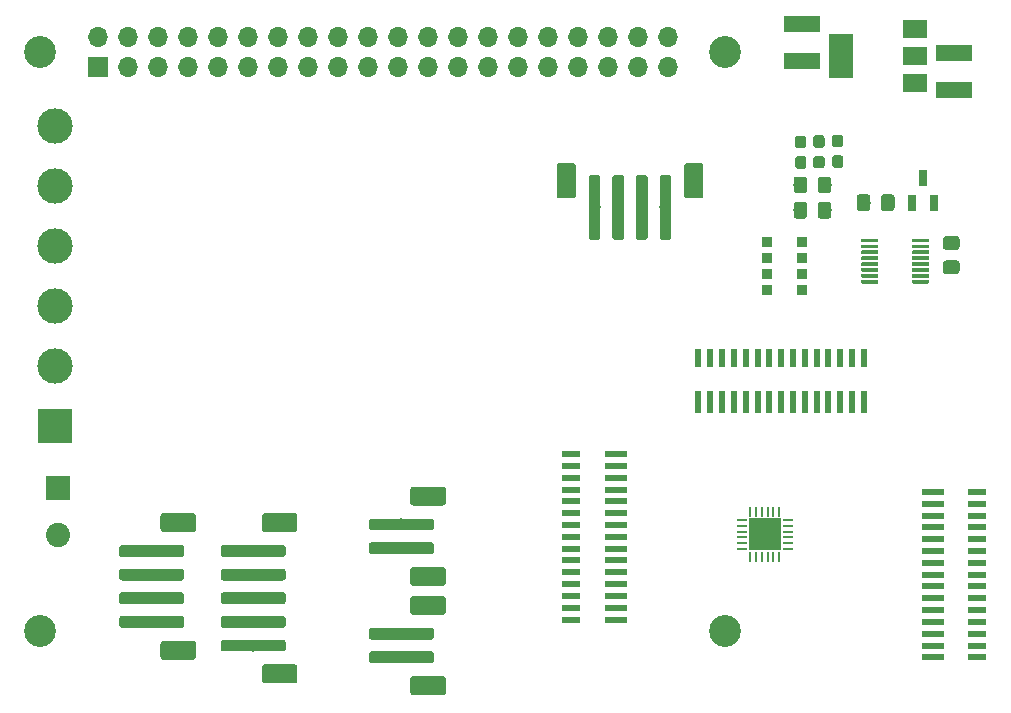
<source format=gts>
G04 #@! TF.GenerationSoftware,KiCad,Pcbnew,(5.1.0)-1*
G04 #@! TF.CreationDate,2020-03-11T13:06:58+00:00*
G04 #@! TF.ProjectId,2D Top Board,32442054-6f70-4204-926f-6172642e6b69,-*
G04 #@! TF.SameCoordinates,Original*
G04 #@! TF.FileFunction,Soldermask,Top*
G04 #@! TF.FilePolarity,Negative*
%FSLAX46Y46*%
G04 Gerber Fmt 4.6, Leading zero omitted, Abs format (unit mm)*
G04 Created by KiCad (PCBNEW (5.1.0)-1) date 2020-03-11 13:06:58*
%MOMM*%
%LPD*%
G04 APERTURE LIST*
%ADD10C,2.700000*%
%ADD11R,1.700000X1.700000*%
%ADD12O,1.700000X1.700000*%
%ADD13C,0.150000*%
%ADD14C,0.950000*%
%ADD15C,1.000000*%
%ADD16C,1.600000*%
%ADD17C,2.050000*%
%ADD18R,2.050000X2.050000*%
%ADD19C,3.000000*%
%ADD20R,3.000000X3.000000*%
%ADD21R,0.740000X1.440000*%
%ADD22C,1.150000*%
%ADD23R,0.900000X0.900000*%
%ADD24R,2.750000X2.750000*%
%ADD25R,0.260000X0.830000*%
%ADD26R,0.830000X0.260000*%
%ADD27R,2.000000X3.800000*%
%ADD28R,2.000000X1.500000*%
%ADD29C,0.300000*%
%ADD30R,3.020000X1.340000*%
%ADD31R,1.650000X0.600000*%
%ADD32R,1.850000X0.600000*%
%ADD33R,0.600000X1.650000*%
%ADD34R,0.600000X1.850000*%
G04 APERTURE END LIST*
D10*
X111450000Y-69560000D03*
D11*
X116320000Y-70830000D03*
D12*
X116320000Y-68290000D03*
X118860000Y-70830000D03*
X118860000Y-68290000D03*
X121400000Y-70830000D03*
X121400000Y-68290000D03*
X123940000Y-70830000D03*
X123940000Y-68290000D03*
X126480000Y-70830000D03*
X126480000Y-68290000D03*
X129020000Y-70830000D03*
X129020000Y-68290000D03*
X131560000Y-70830000D03*
X131560000Y-68290000D03*
X134100000Y-70830000D03*
X134100000Y-68290000D03*
X136640000Y-70830000D03*
X136640000Y-68290000D03*
X139180000Y-70830000D03*
X139180000Y-68290000D03*
X141720000Y-70830000D03*
X141720000Y-68290000D03*
X144260000Y-70830000D03*
X144260000Y-68290000D03*
X146800000Y-70830000D03*
X146800000Y-68290000D03*
X149340000Y-70830000D03*
X149340000Y-68290000D03*
X151880000Y-70830000D03*
X151880000Y-68290000D03*
X154420000Y-70830000D03*
X154420000Y-68290000D03*
X156960000Y-70830000D03*
X156960000Y-68290000D03*
X159500000Y-70830000D03*
X159500000Y-68290000D03*
X162040000Y-70830000D03*
X162040000Y-68290000D03*
X164580000Y-70830000D03*
X164580000Y-68290000D03*
D10*
X169450000Y-118560000D03*
X111450000Y-118560000D03*
X169450000Y-69560000D03*
D13*
G36*
X179260779Y-78301144D02*
G01*
X179283834Y-78304563D01*
X179306443Y-78310227D01*
X179328387Y-78318079D01*
X179349457Y-78328044D01*
X179369448Y-78340026D01*
X179388168Y-78353910D01*
X179405438Y-78369562D01*
X179421090Y-78386832D01*
X179434974Y-78405552D01*
X179446956Y-78425543D01*
X179456921Y-78446613D01*
X179464773Y-78468557D01*
X179470437Y-78491166D01*
X179473856Y-78514221D01*
X179475000Y-78537500D01*
X179475000Y-79112500D01*
X179473856Y-79135779D01*
X179470437Y-79158834D01*
X179464773Y-79181443D01*
X179456921Y-79203387D01*
X179446956Y-79224457D01*
X179434974Y-79244448D01*
X179421090Y-79263168D01*
X179405438Y-79280438D01*
X179388168Y-79296090D01*
X179369448Y-79309974D01*
X179349457Y-79321956D01*
X179328387Y-79331921D01*
X179306443Y-79339773D01*
X179283834Y-79345437D01*
X179260779Y-79348856D01*
X179237500Y-79350000D01*
X178762500Y-79350000D01*
X178739221Y-79348856D01*
X178716166Y-79345437D01*
X178693557Y-79339773D01*
X178671613Y-79331921D01*
X178650543Y-79321956D01*
X178630552Y-79309974D01*
X178611832Y-79296090D01*
X178594562Y-79280438D01*
X178578910Y-79263168D01*
X178565026Y-79244448D01*
X178553044Y-79224457D01*
X178543079Y-79203387D01*
X178535227Y-79181443D01*
X178529563Y-79158834D01*
X178526144Y-79135779D01*
X178525000Y-79112500D01*
X178525000Y-78537500D01*
X178526144Y-78514221D01*
X178529563Y-78491166D01*
X178535227Y-78468557D01*
X178543079Y-78446613D01*
X178553044Y-78425543D01*
X178565026Y-78405552D01*
X178578910Y-78386832D01*
X178594562Y-78369562D01*
X178611832Y-78353910D01*
X178630552Y-78340026D01*
X178650543Y-78328044D01*
X178671613Y-78318079D01*
X178693557Y-78310227D01*
X178716166Y-78304563D01*
X178739221Y-78301144D01*
X178762500Y-78300000D01*
X179237500Y-78300000D01*
X179260779Y-78301144D01*
X179260779Y-78301144D01*
G37*
D14*
X179000000Y-78825000D03*
D13*
G36*
X179260779Y-76551144D02*
G01*
X179283834Y-76554563D01*
X179306443Y-76560227D01*
X179328387Y-76568079D01*
X179349457Y-76578044D01*
X179369448Y-76590026D01*
X179388168Y-76603910D01*
X179405438Y-76619562D01*
X179421090Y-76636832D01*
X179434974Y-76655552D01*
X179446956Y-76675543D01*
X179456921Y-76696613D01*
X179464773Y-76718557D01*
X179470437Y-76741166D01*
X179473856Y-76764221D01*
X179475000Y-76787500D01*
X179475000Y-77362500D01*
X179473856Y-77385779D01*
X179470437Y-77408834D01*
X179464773Y-77431443D01*
X179456921Y-77453387D01*
X179446956Y-77474457D01*
X179434974Y-77494448D01*
X179421090Y-77513168D01*
X179405438Y-77530438D01*
X179388168Y-77546090D01*
X179369448Y-77559974D01*
X179349457Y-77571956D01*
X179328387Y-77581921D01*
X179306443Y-77589773D01*
X179283834Y-77595437D01*
X179260779Y-77598856D01*
X179237500Y-77600000D01*
X178762500Y-77600000D01*
X178739221Y-77598856D01*
X178716166Y-77595437D01*
X178693557Y-77589773D01*
X178671613Y-77581921D01*
X178650543Y-77571956D01*
X178630552Y-77559974D01*
X178611832Y-77546090D01*
X178594562Y-77530438D01*
X178578910Y-77513168D01*
X178565026Y-77494448D01*
X178553044Y-77474457D01*
X178543079Y-77453387D01*
X178535227Y-77431443D01*
X178529563Y-77408834D01*
X178526144Y-77385779D01*
X178525000Y-77362500D01*
X178525000Y-76787500D01*
X178526144Y-76764221D01*
X178529563Y-76741166D01*
X178535227Y-76718557D01*
X178543079Y-76696613D01*
X178553044Y-76675543D01*
X178565026Y-76655552D01*
X178578910Y-76636832D01*
X178594562Y-76619562D01*
X178611832Y-76603910D01*
X178630552Y-76590026D01*
X178650543Y-76578044D01*
X178671613Y-76568079D01*
X178693557Y-76560227D01*
X178716166Y-76554563D01*
X178739221Y-76551144D01*
X178762500Y-76550000D01*
X179237500Y-76550000D01*
X179260779Y-76551144D01*
X179260779Y-76551144D01*
G37*
D14*
X179000000Y-77075000D03*
D13*
G36*
X177660779Y-76601144D02*
G01*
X177683834Y-76604563D01*
X177706443Y-76610227D01*
X177728387Y-76618079D01*
X177749457Y-76628044D01*
X177769448Y-76640026D01*
X177788168Y-76653910D01*
X177805438Y-76669562D01*
X177821090Y-76686832D01*
X177834974Y-76705552D01*
X177846956Y-76725543D01*
X177856921Y-76746613D01*
X177864773Y-76768557D01*
X177870437Y-76791166D01*
X177873856Y-76814221D01*
X177875000Y-76837500D01*
X177875000Y-77412500D01*
X177873856Y-77435779D01*
X177870437Y-77458834D01*
X177864773Y-77481443D01*
X177856921Y-77503387D01*
X177846956Y-77524457D01*
X177834974Y-77544448D01*
X177821090Y-77563168D01*
X177805438Y-77580438D01*
X177788168Y-77596090D01*
X177769448Y-77609974D01*
X177749457Y-77621956D01*
X177728387Y-77631921D01*
X177706443Y-77639773D01*
X177683834Y-77645437D01*
X177660779Y-77648856D01*
X177637500Y-77650000D01*
X177162500Y-77650000D01*
X177139221Y-77648856D01*
X177116166Y-77645437D01*
X177093557Y-77639773D01*
X177071613Y-77631921D01*
X177050543Y-77621956D01*
X177030552Y-77609974D01*
X177011832Y-77596090D01*
X176994562Y-77580438D01*
X176978910Y-77563168D01*
X176965026Y-77544448D01*
X176953044Y-77524457D01*
X176943079Y-77503387D01*
X176935227Y-77481443D01*
X176929563Y-77458834D01*
X176926144Y-77435779D01*
X176925000Y-77412500D01*
X176925000Y-76837500D01*
X176926144Y-76814221D01*
X176929563Y-76791166D01*
X176935227Y-76768557D01*
X176943079Y-76746613D01*
X176953044Y-76725543D01*
X176965026Y-76705552D01*
X176978910Y-76686832D01*
X176994562Y-76669562D01*
X177011832Y-76653910D01*
X177030552Y-76640026D01*
X177050543Y-76628044D01*
X177071613Y-76618079D01*
X177093557Y-76610227D01*
X177116166Y-76604563D01*
X177139221Y-76601144D01*
X177162500Y-76600000D01*
X177637500Y-76600000D01*
X177660779Y-76601144D01*
X177660779Y-76601144D01*
G37*
D14*
X177400000Y-77125000D03*
D13*
G36*
X177660779Y-78351144D02*
G01*
X177683834Y-78354563D01*
X177706443Y-78360227D01*
X177728387Y-78368079D01*
X177749457Y-78378044D01*
X177769448Y-78390026D01*
X177788168Y-78403910D01*
X177805438Y-78419562D01*
X177821090Y-78436832D01*
X177834974Y-78455552D01*
X177846956Y-78475543D01*
X177856921Y-78496613D01*
X177864773Y-78518557D01*
X177870437Y-78541166D01*
X177873856Y-78564221D01*
X177875000Y-78587500D01*
X177875000Y-79162500D01*
X177873856Y-79185779D01*
X177870437Y-79208834D01*
X177864773Y-79231443D01*
X177856921Y-79253387D01*
X177846956Y-79274457D01*
X177834974Y-79294448D01*
X177821090Y-79313168D01*
X177805438Y-79330438D01*
X177788168Y-79346090D01*
X177769448Y-79359974D01*
X177749457Y-79371956D01*
X177728387Y-79381921D01*
X177706443Y-79389773D01*
X177683834Y-79395437D01*
X177660779Y-79398856D01*
X177637500Y-79400000D01*
X177162500Y-79400000D01*
X177139221Y-79398856D01*
X177116166Y-79395437D01*
X177093557Y-79389773D01*
X177071613Y-79381921D01*
X177050543Y-79371956D01*
X177030552Y-79359974D01*
X177011832Y-79346090D01*
X176994562Y-79330438D01*
X176978910Y-79313168D01*
X176965026Y-79294448D01*
X176953044Y-79274457D01*
X176943079Y-79253387D01*
X176935227Y-79231443D01*
X176929563Y-79208834D01*
X176926144Y-79185779D01*
X176925000Y-79162500D01*
X176925000Y-78587500D01*
X176926144Y-78564221D01*
X176929563Y-78541166D01*
X176935227Y-78518557D01*
X176943079Y-78496613D01*
X176953044Y-78475543D01*
X176965026Y-78455552D01*
X176978910Y-78436832D01*
X176994562Y-78419562D01*
X177011832Y-78403910D01*
X177030552Y-78390026D01*
X177050543Y-78378044D01*
X177071613Y-78368079D01*
X177093557Y-78360227D01*
X177116166Y-78354563D01*
X177139221Y-78351144D01*
X177162500Y-78350000D01*
X177637500Y-78350000D01*
X177660779Y-78351144D01*
X177660779Y-78351144D01*
G37*
D14*
X177400000Y-78875000D03*
D13*
G36*
X176115779Y-78376144D02*
G01*
X176138834Y-78379563D01*
X176161443Y-78385227D01*
X176183387Y-78393079D01*
X176204457Y-78403044D01*
X176224448Y-78415026D01*
X176243168Y-78428910D01*
X176260438Y-78444562D01*
X176276090Y-78461832D01*
X176289974Y-78480552D01*
X176301956Y-78500543D01*
X176311921Y-78521613D01*
X176319773Y-78543557D01*
X176325437Y-78566166D01*
X176328856Y-78589221D01*
X176330000Y-78612500D01*
X176330000Y-79187500D01*
X176328856Y-79210779D01*
X176325437Y-79233834D01*
X176319773Y-79256443D01*
X176311921Y-79278387D01*
X176301956Y-79299457D01*
X176289974Y-79319448D01*
X176276090Y-79338168D01*
X176260438Y-79355438D01*
X176243168Y-79371090D01*
X176224448Y-79384974D01*
X176204457Y-79396956D01*
X176183387Y-79406921D01*
X176161443Y-79414773D01*
X176138834Y-79420437D01*
X176115779Y-79423856D01*
X176092500Y-79425000D01*
X175617500Y-79425000D01*
X175594221Y-79423856D01*
X175571166Y-79420437D01*
X175548557Y-79414773D01*
X175526613Y-79406921D01*
X175505543Y-79396956D01*
X175485552Y-79384974D01*
X175466832Y-79371090D01*
X175449562Y-79355438D01*
X175433910Y-79338168D01*
X175420026Y-79319448D01*
X175408044Y-79299457D01*
X175398079Y-79278387D01*
X175390227Y-79256443D01*
X175384563Y-79233834D01*
X175381144Y-79210779D01*
X175380000Y-79187500D01*
X175380000Y-78612500D01*
X175381144Y-78589221D01*
X175384563Y-78566166D01*
X175390227Y-78543557D01*
X175398079Y-78521613D01*
X175408044Y-78500543D01*
X175420026Y-78480552D01*
X175433910Y-78461832D01*
X175449562Y-78444562D01*
X175466832Y-78428910D01*
X175485552Y-78415026D01*
X175505543Y-78403044D01*
X175526613Y-78393079D01*
X175548557Y-78385227D01*
X175571166Y-78379563D01*
X175594221Y-78376144D01*
X175617500Y-78375000D01*
X176092500Y-78375000D01*
X176115779Y-78376144D01*
X176115779Y-78376144D01*
G37*
D14*
X175855000Y-78900000D03*
D13*
G36*
X176115779Y-76626144D02*
G01*
X176138834Y-76629563D01*
X176161443Y-76635227D01*
X176183387Y-76643079D01*
X176204457Y-76653044D01*
X176224448Y-76665026D01*
X176243168Y-76678910D01*
X176260438Y-76694562D01*
X176276090Y-76711832D01*
X176289974Y-76730552D01*
X176301956Y-76750543D01*
X176311921Y-76771613D01*
X176319773Y-76793557D01*
X176325437Y-76816166D01*
X176328856Y-76839221D01*
X176330000Y-76862500D01*
X176330000Y-77437500D01*
X176328856Y-77460779D01*
X176325437Y-77483834D01*
X176319773Y-77506443D01*
X176311921Y-77528387D01*
X176301956Y-77549457D01*
X176289974Y-77569448D01*
X176276090Y-77588168D01*
X176260438Y-77605438D01*
X176243168Y-77621090D01*
X176224448Y-77634974D01*
X176204457Y-77646956D01*
X176183387Y-77656921D01*
X176161443Y-77664773D01*
X176138834Y-77670437D01*
X176115779Y-77673856D01*
X176092500Y-77675000D01*
X175617500Y-77675000D01*
X175594221Y-77673856D01*
X175571166Y-77670437D01*
X175548557Y-77664773D01*
X175526613Y-77656921D01*
X175505543Y-77646956D01*
X175485552Y-77634974D01*
X175466832Y-77621090D01*
X175449562Y-77605438D01*
X175433910Y-77588168D01*
X175420026Y-77569448D01*
X175408044Y-77549457D01*
X175398079Y-77528387D01*
X175390227Y-77506443D01*
X175384563Y-77483834D01*
X175381144Y-77460779D01*
X175380000Y-77437500D01*
X175380000Y-76862500D01*
X175381144Y-76839221D01*
X175384563Y-76816166D01*
X175390227Y-76793557D01*
X175398079Y-76771613D01*
X175408044Y-76750543D01*
X175420026Y-76730552D01*
X175433910Y-76711832D01*
X175449562Y-76694562D01*
X175466832Y-76678910D01*
X175485552Y-76665026D01*
X175505543Y-76653044D01*
X175526613Y-76643079D01*
X175548557Y-76635227D01*
X175571166Y-76629563D01*
X175594221Y-76626144D01*
X175617500Y-76625000D01*
X176092500Y-76625000D01*
X176115779Y-76626144D01*
X176115779Y-76626144D01*
G37*
D14*
X175855000Y-77150000D03*
D13*
G36*
X144574504Y-109051204D02*
G01*
X144598773Y-109054804D01*
X144622571Y-109060765D01*
X144645671Y-109069030D01*
X144667849Y-109079520D01*
X144688893Y-109092133D01*
X144708598Y-109106747D01*
X144726777Y-109123223D01*
X144743253Y-109141402D01*
X144757867Y-109161107D01*
X144770480Y-109182151D01*
X144780970Y-109204329D01*
X144789235Y-109227429D01*
X144795196Y-109251227D01*
X144798796Y-109275496D01*
X144800000Y-109300000D01*
X144800000Y-109800000D01*
X144798796Y-109824504D01*
X144795196Y-109848773D01*
X144789235Y-109872571D01*
X144780970Y-109895671D01*
X144770480Y-109917849D01*
X144757867Y-109938893D01*
X144743253Y-109958598D01*
X144726777Y-109976777D01*
X144708598Y-109993253D01*
X144688893Y-110007867D01*
X144667849Y-110020480D01*
X144645671Y-110030970D01*
X144622571Y-110039235D01*
X144598773Y-110045196D01*
X144574504Y-110048796D01*
X144550000Y-110050000D01*
X139550000Y-110050000D01*
X139525496Y-110048796D01*
X139501227Y-110045196D01*
X139477429Y-110039235D01*
X139454329Y-110030970D01*
X139432151Y-110020480D01*
X139411107Y-110007867D01*
X139391402Y-109993253D01*
X139373223Y-109976777D01*
X139356747Y-109958598D01*
X139342133Y-109938893D01*
X139329520Y-109917849D01*
X139319030Y-109895671D01*
X139310765Y-109872571D01*
X139304804Y-109848773D01*
X139301204Y-109824504D01*
X139300000Y-109800000D01*
X139300000Y-109300000D01*
X139301204Y-109275496D01*
X139304804Y-109251227D01*
X139310765Y-109227429D01*
X139319030Y-109204329D01*
X139329520Y-109182151D01*
X139342133Y-109161107D01*
X139356747Y-109141402D01*
X139373223Y-109123223D01*
X139391402Y-109106747D01*
X139411107Y-109092133D01*
X139432151Y-109079520D01*
X139454329Y-109069030D01*
X139477429Y-109060765D01*
X139501227Y-109054804D01*
X139525496Y-109051204D01*
X139550000Y-109050000D01*
X144550000Y-109050000D01*
X144574504Y-109051204D01*
X144574504Y-109051204D01*
G37*
D15*
X142050000Y-109550000D03*
D13*
G36*
X144574504Y-111051204D02*
G01*
X144598773Y-111054804D01*
X144622571Y-111060765D01*
X144645671Y-111069030D01*
X144667849Y-111079520D01*
X144688893Y-111092133D01*
X144708598Y-111106747D01*
X144726777Y-111123223D01*
X144743253Y-111141402D01*
X144757867Y-111161107D01*
X144770480Y-111182151D01*
X144780970Y-111204329D01*
X144789235Y-111227429D01*
X144795196Y-111251227D01*
X144798796Y-111275496D01*
X144800000Y-111300000D01*
X144800000Y-111800000D01*
X144798796Y-111824504D01*
X144795196Y-111848773D01*
X144789235Y-111872571D01*
X144780970Y-111895671D01*
X144770480Y-111917849D01*
X144757867Y-111938893D01*
X144743253Y-111958598D01*
X144726777Y-111976777D01*
X144708598Y-111993253D01*
X144688893Y-112007867D01*
X144667849Y-112020480D01*
X144645671Y-112030970D01*
X144622571Y-112039235D01*
X144598773Y-112045196D01*
X144574504Y-112048796D01*
X144550000Y-112050000D01*
X139550000Y-112050000D01*
X139525496Y-112048796D01*
X139501227Y-112045196D01*
X139477429Y-112039235D01*
X139454329Y-112030970D01*
X139432151Y-112020480D01*
X139411107Y-112007867D01*
X139391402Y-111993253D01*
X139373223Y-111976777D01*
X139356747Y-111958598D01*
X139342133Y-111938893D01*
X139329520Y-111917849D01*
X139319030Y-111895671D01*
X139310765Y-111872571D01*
X139304804Y-111848773D01*
X139301204Y-111824504D01*
X139300000Y-111800000D01*
X139300000Y-111300000D01*
X139301204Y-111275496D01*
X139304804Y-111251227D01*
X139310765Y-111227429D01*
X139319030Y-111204329D01*
X139329520Y-111182151D01*
X139342133Y-111161107D01*
X139356747Y-111141402D01*
X139373223Y-111123223D01*
X139391402Y-111106747D01*
X139411107Y-111092133D01*
X139432151Y-111079520D01*
X139454329Y-111069030D01*
X139477429Y-111060765D01*
X139501227Y-111054804D01*
X139525496Y-111051204D01*
X139550000Y-111050000D01*
X144550000Y-111050000D01*
X144574504Y-111051204D01*
X144574504Y-111051204D01*
G37*
D15*
X142050000Y-111550000D03*
D13*
G36*
X145574504Y-106351204D02*
G01*
X145598773Y-106354804D01*
X145622571Y-106360765D01*
X145645671Y-106369030D01*
X145667849Y-106379520D01*
X145688893Y-106392133D01*
X145708598Y-106406747D01*
X145726777Y-106423223D01*
X145743253Y-106441402D01*
X145757867Y-106461107D01*
X145770480Y-106482151D01*
X145780970Y-106504329D01*
X145789235Y-106527429D01*
X145795196Y-106551227D01*
X145798796Y-106575496D01*
X145800000Y-106600000D01*
X145800000Y-107700000D01*
X145798796Y-107724504D01*
X145795196Y-107748773D01*
X145789235Y-107772571D01*
X145780970Y-107795671D01*
X145770480Y-107817849D01*
X145757867Y-107838893D01*
X145743253Y-107858598D01*
X145726777Y-107876777D01*
X145708598Y-107893253D01*
X145688893Y-107907867D01*
X145667849Y-107920480D01*
X145645671Y-107930970D01*
X145622571Y-107939235D01*
X145598773Y-107945196D01*
X145574504Y-107948796D01*
X145550000Y-107950000D01*
X143050000Y-107950000D01*
X143025496Y-107948796D01*
X143001227Y-107945196D01*
X142977429Y-107939235D01*
X142954329Y-107930970D01*
X142932151Y-107920480D01*
X142911107Y-107907867D01*
X142891402Y-107893253D01*
X142873223Y-107876777D01*
X142856747Y-107858598D01*
X142842133Y-107838893D01*
X142829520Y-107817849D01*
X142819030Y-107795671D01*
X142810765Y-107772571D01*
X142804804Y-107748773D01*
X142801204Y-107724504D01*
X142800000Y-107700000D01*
X142800000Y-106600000D01*
X142801204Y-106575496D01*
X142804804Y-106551227D01*
X142810765Y-106527429D01*
X142819030Y-106504329D01*
X142829520Y-106482151D01*
X142842133Y-106461107D01*
X142856747Y-106441402D01*
X142873223Y-106423223D01*
X142891402Y-106406747D01*
X142911107Y-106392133D01*
X142932151Y-106379520D01*
X142954329Y-106369030D01*
X142977429Y-106360765D01*
X143001227Y-106354804D01*
X143025496Y-106351204D01*
X143050000Y-106350000D01*
X145550000Y-106350000D01*
X145574504Y-106351204D01*
X145574504Y-106351204D01*
G37*
D16*
X144300000Y-107150000D03*
D13*
G36*
X145574504Y-113151204D02*
G01*
X145598773Y-113154804D01*
X145622571Y-113160765D01*
X145645671Y-113169030D01*
X145667849Y-113179520D01*
X145688893Y-113192133D01*
X145708598Y-113206747D01*
X145726777Y-113223223D01*
X145743253Y-113241402D01*
X145757867Y-113261107D01*
X145770480Y-113282151D01*
X145780970Y-113304329D01*
X145789235Y-113327429D01*
X145795196Y-113351227D01*
X145798796Y-113375496D01*
X145800000Y-113400000D01*
X145800000Y-114500000D01*
X145798796Y-114524504D01*
X145795196Y-114548773D01*
X145789235Y-114572571D01*
X145780970Y-114595671D01*
X145770480Y-114617849D01*
X145757867Y-114638893D01*
X145743253Y-114658598D01*
X145726777Y-114676777D01*
X145708598Y-114693253D01*
X145688893Y-114707867D01*
X145667849Y-114720480D01*
X145645671Y-114730970D01*
X145622571Y-114739235D01*
X145598773Y-114745196D01*
X145574504Y-114748796D01*
X145550000Y-114750000D01*
X143050000Y-114750000D01*
X143025496Y-114748796D01*
X143001227Y-114745196D01*
X142977429Y-114739235D01*
X142954329Y-114730970D01*
X142932151Y-114720480D01*
X142911107Y-114707867D01*
X142891402Y-114693253D01*
X142873223Y-114676777D01*
X142856747Y-114658598D01*
X142842133Y-114638893D01*
X142829520Y-114617849D01*
X142819030Y-114595671D01*
X142810765Y-114572571D01*
X142804804Y-114548773D01*
X142801204Y-114524504D01*
X142800000Y-114500000D01*
X142800000Y-113400000D01*
X142801204Y-113375496D01*
X142804804Y-113351227D01*
X142810765Y-113327429D01*
X142819030Y-113304329D01*
X142829520Y-113282151D01*
X142842133Y-113261107D01*
X142856747Y-113241402D01*
X142873223Y-113223223D01*
X142891402Y-113206747D01*
X142911107Y-113192133D01*
X142932151Y-113179520D01*
X142954329Y-113169030D01*
X142977429Y-113160765D01*
X143001227Y-113154804D01*
X143025496Y-113151204D01*
X143050000Y-113150000D01*
X145550000Y-113150000D01*
X145574504Y-113151204D01*
X145574504Y-113151204D01*
G37*
D16*
X144300000Y-113950000D03*
D13*
G36*
X145574504Y-122401204D02*
G01*
X145598773Y-122404804D01*
X145622571Y-122410765D01*
X145645671Y-122419030D01*
X145667849Y-122429520D01*
X145688893Y-122442133D01*
X145708598Y-122456747D01*
X145726777Y-122473223D01*
X145743253Y-122491402D01*
X145757867Y-122511107D01*
X145770480Y-122532151D01*
X145780970Y-122554329D01*
X145789235Y-122577429D01*
X145795196Y-122601227D01*
X145798796Y-122625496D01*
X145800000Y-122650000D01*
X145800000Y-123750000D01*
X145798796Y-123774504D01*
X145795196Y-123798773D01*
X145789235Y-123822571D01*
X145780970Y-123845671D01*
X145770480Y-123867849D01*
X145757867Y-123888893D01*
X145743253Y-123908598D01*
X145726777Y-123926777D01*
X145708598Y-123943253D01*
X145688893Y-123957867D01*
X145667849Y-123970480D01*
X145645671Y-123980970D01*
X145622571Y-123989235D01*
X145598773Y-123995196D01*
X145574504Y-123998796D01*
X145550000Y-124000000D01*
X143050000Y-124000000D01*
X143025496Y-123998796D01*
X143001227Y-123995196D01*
X142977429Y-123989235D01*
X142954329Y-123980970D01*
X142932151Y-123970480D01*
X142911107Y-123957867D01*
X142891402Y-123943253D01*
X142873223Y-123926777D01*
X142856747Y-123908598D01*
X142842133Y-123888893D01*
X142829520Y-123867849D01*
X142819030Y-123845671D01*
X142810765Y-123822571D01*
X142804804Y-123798773D01*
X142801204Y-123774504D01*
X142800000Y-123750000D01*
X142800000Y-122650000D01*
X142801204Y-122625496D01*
X142804804Y-122601227D01*
X142810765Y-122577429D01*
X142819030Y-122554329D01*
X142829520Y-122532151D01*
X142842133Y-122511107D01*
X142856747Y-122491402D01*
X142873223Y-122473223D01*
X142891402Y-122456747D01*
X142911107Y-122442133D01*
X142932151Y-122429520D01*
X142954329Y-122419030D01*
X142977429Y-122410765D01*
X143001227Y-122404804D01*
X143025496Y-122401204D01*
X143050000Y-122400000D01*
X145550000Y-122400000D01*
X145574504Y-122401204D01*
X145574504Y-122401204D01*
G37*
D16*
X144300000Y-123200000D03*
D13*
G36*
X145574504Y-115601204D02*
G01*
X145598773Y-115604804D01*
X145622571Y-115610765D01*
X145645671Y-115619030D01*
X145667849Y-115629520D01*
X145688893Y-115642133D01*
X145708598Y-115656747D01*
X145726777Y-115673223D01*
X145743253Y-115691402D01*
X145757867Y-115711107D01*
X145770480Y-115732151D01*
X145780970Y-115754329D01*
X145789235Y-115777429D01*
X145795196Y-115801227D01*
X145798796Y-115825496D01*
X145800000Y-115850000D01*
X145800000Y-116950000D01*
X145798796Y-116974504D01*
X145795196Y-116998773D01*
X145789235Y-117022571D01*
X145780970Y-117045671D01*
X145770480Y-117067849D01*
X145757867Y-117088893D01*
X145743253Y-117108598D01*
X145726777Y-117126777D01*
X145708598Y-117143253D01*
X145688893Y-117157867D01*
X145667849Y-117170480D01*
X145645671Y-117180970D01*
X145622571Y-117189235D01*
X145598773Y-117195196D01*
X145574504Y-117198796D01*
X145550000Y-117200000D01*
X143050000Y-117200000D01*
X143025496Y-117198796D01*
X143001227Y-117195196D01*
X142977429Y-117189235D01*
X142954329Y-117180970D01*
X142932151Y-117170480D01*
X142911107Y-117157867D01*
X142891402Y-117143253D01*
X142873223Y-117126777D01*
X142856747Y-117108598D01*
X142842133Y-117088893D01*
X142829520Y-117067849D01*
X142819030Y-117045671D01*
X142810765Y-117022571D01*
X142804804Y-116998773D01*
X142801204Y-116974504D01*
X142800000Y-116950000D01*
X142800000Y-115850000D01*
X142801204Y-115825496D01*
X142804804Y-115801227D01*
X142810765Y-115777429D01*
X142819030Y-115754329D01*
X142829520Y-115732151D01*
X142842133Y-115711107D01*
X142856747Y-115691402D01*
X142873223Y-115673223D01*
X142891402Y-115656747D01*
X142911107Y-115642133D01*
X142932151Y-115629520D01*
X142954329Y-115619030D01*
X142977429Y-115610765D01*
X143001227Y-115604804D01*
X143025496Y-115601204D01*
X143050000Y-115600000D01*
X145550000Y-115600000D01*
X145574504Y-115601204D01*
X145574504Y-115601204D01*
G37*
D16*
X144300000Y-116400000D03*
D13*
G36*
X144574504Y-120301204D02*
G01*
X144598773Y-120304804D01*
X144622571Y-120310765D01*
X144645671Y-120319030D01*
X144667849Y-120329520D01*
X144688893Y-120342133D01*
X144708598Y-120356747D01*
X144726777Y-120373223D01*
X144743253Y-120391402D01*
X144757867Y-120411107D01*
X144770480Y-120432151D01*
X144780970Y-120454329D01*
X144789235Y-120477429D01*
X144795196Y-120501227D01*
X144798796Y-120525496D01*
X144800000Y-120550000D01*
X144800000Y-121050000D01*
X144798796Y-121074504D01*
X144795196Y-121098773D01*
X144789235Y-121122571D01*
X144780970Y-121145671D01*
X144770480Y-121167849D01*
X144757867Y-121188893D01*
X144743253Y-121208598D01*
X144726777Y-121226777D01*
X144708598Y-121243253D01*
X144688893Y-121257867D01*
X144667849Y-121270480D01*
X144645671Y-121280970D01*
X144622571Y-121289235D01*
X144598773Y-121295196D01*
X144574504Y-121298796D01*
X144550000Y-121300000D01*
X139550000Y-121300000D01*
X139525496Y-121298796D01*
X139501227Y-121295196D01*
X139477429Y-121289235D01*
X139454329Y-121280970D01*
X139432151Y-121270480D01*
X139411107Y-121257867D01*
X139391402Y-121243253D01*
X139373223Y-121226777D01*
X139356747Y-121208598D01*
X139342133Y-121188893D01*
X139329520Y-121167849D01*
X139319030Y-121145671D01*
X139310765Y-121122571D01*
X139304804Y-121098773D01*
X139301204Y-121074504D01*
X139300000Y-121050000D01*
X139300000Y-120550000D01*
X139301204Y-120525496D01*
X139304804Y-120501227D01*
X139310765Y-120477429D01*
X139319030Y-120454329D01*
X139329520Y-120432151D01*
X139342133Y-120411107D01*
X139356747Y-120391402D01*
X139373223Y-120373223D01*
X139391402Y-120356747D01*
X139411107Y-120342133D01*
X139432151Y-120329520D01*
X139454329Y-120319030D01*
X139477429Y-120310765D01*
X139501227Y-120304804D01*
X139525496Y-120301204D01*
X139550000Y-120300000D01*
X144550000Y-120300000D01*
X144574504Y-120301204D01*
X144574504Y-120301204D01*
G37*
D15*
X142050000Y-120800000D03*
D13*
G36*
X144574504Y-118301204D02*
G01*
X144598773Y-118304804D01*
X144622571Y-118310765D01*
X144645671Y-118319030D01*
X144667849Y-118329520D01*
X144688893Y-118342133D01*
X144708598Y-118356747D01*
X144726777Y-118373223D01*
X144743253Y-118391402D01*
X144757867Y-118411107D01*
X144770480Y-118432151D01*
X144780970Y-118454329D01*
X144789235Y-118477429D01*
X144795196Y-118501227D01*
X144798796Y-118525496D01*
X144800000Y-118550000D01*
X144800000Y-119050000D01*
X144798796Y-119074504D01*
X144795196Y-119098773D01*
X144789235Y-119122571D01*
X144780970Y-119145671D01*
X144770480Y-119167849D01*
X144757867Y-119188893D01*
X144743253Y-119208598D01*
X144726777Y-119226777D01*
X144708598Y-119243253D01*
X144688893Y-119257867D01*
X144667849Y-119270480D01*
X144645671Y-119280970D01*
X144622571Y-119289235D01*
X144598773Y-119295196D01*
X144574504Y-119298796D01*
X144550000Y-119300000D01*
X139550000Y-119300000D01*
X139525496Y-119298796D01*
X139501227Y-119295196D01*
X139477429Y-119289235D01*
X139454329Y-119280970D01*
X139432151Y-119270480D01*
X139411107Y-119257867D01*
X139391402Y-119243253D01*
X139373223Y-119226777D01*
X139356747Y-119208598D01*
X139342133Y-119188893D01*
X139329520Y-119167849D01*
X139319030Y-119145671D01*
X139310765Y-119122571D01*
X139304804Y-119098773D01*
X139301204Y-119074504D01*
X139300000Y-119050000D01*
X139300000Y-118550000D01*
X139301204Y-118525496D01*
X139304804Y-118501227D01*
X139310765Y-118477429D01*
X139319030Y-118454329D01*
X139329520Y-118432151D01*
X139342133Y-118411107D01*
X139356747Y-118391402D01*
X139373223Y-118373223D01*
X139391402Y-118356747D01*
X139411107Y-118342133D01*
X139432151Y-118329520D01*
X139454329Y-118319030D01*
X139477429Y-118310765D01*
X139501227Y-118304804D01*
X139525496Y-118301204D01*
X139550000Y-118300000D01*
X144550000Y-118300000D01*
X144574504Y-118301204D01*
X144574504Y-118301204D01*
G37*
D15*
X142050000Y-118800000D03*
D17*
X113000000Y-110460000D03*
D18*
X113000000Y-106500000D03*
D19*
X112750000Y-96170000D03*
X112750000Y-91090000D03*
D20*
X112750000Y-101250000D03*
D19*
X112750000Y-86010000D03*
X112750000Y-80930000D03*
X112750000Y-75850000D03*
D13*
G36*
X123424504Y-111301204D02*
G01*
X123448773Y-111304804D01*
X123472571Y-111310765D01*
X123495671Y-111319030D01*
X123517849Y-111329520D01*
X123538893Y-111342133D01*
X123558598Y-111356747D01*
X123576777Y-111373223D01*
X123593253Y-111391402D01*
X123607867Y-111411107D01*
X123620480Y-111432151D01*
X123630970Y-111454329D01*
X123639235Y-111477429D01*
X123645196Y-111501227D01*
X123648796Y-111525496D01*
X123650000Y-111550000D01*
X123650000Y-112050000D01*
X123648796Y-112074504D01*
X123645196Y-112098773D01*
X123639235Y-112122571D01*
X123630970Y-112145671D01*
X123620480Y-112167849D01*
X123607867Y-112188893D01*
X123593253Y-112208598D01*
X123576777Y-112226777D01*
X123558598Y-112243253D01*
X123538893Y-112257867D01*
X123517849Y-112270480D01*
X123495671Y-112280970D01*
X123472571Y-112289235D01*
X123448773Y-112295196D01*
X123424504Y-112298796D01*
X123400000Y-112300000D01*
X118400000Y-112300000D01*
X118375496Y-112298796D01*
X118351227Y-112295196D01*
X118327429Y-112289235D01*
X118304329Y-112280970D01*
X118282151Y-112270480D01*
X118261107Y-112257867D01*
X118241402Y-112243253D01*
X118223223Y-112226777D01*
X118206747Y-112208598D01*
X118192133Y-112188893D01*
X118179520Y-112167849D01*
X118169030Y-112145671D01*
X118160765Y-112122571D01*
X118154804Y-112098773D01*
X118151204Y-112074504D01*
X118150000Y-112050000D01*
X118150000Y-111550000D01*
X118151204Y-111525496D01*
X118154804Y-111501227D01*
X118160765Y-111477429D01*
X118169030Y-111454329D01*
X118179520Y-111432151D01*
X118192133Y-111411107D01*
X118206747Y-111391402D01*
X118223223Y-111373223D01*
X118241402Y-111356747D01*
X118261107Y-111342133D01*
X118282151Y-111329520D01*
X118304329Y-111319030D01*
X118327429Y-111310765D01*
X118351227Y-111304804D01*
X118375496Y-111301204D01*
X118400000Y-111300000D01*
X123400000Y-111300000D01*
X123424504Y-111301204D01*
X123424504Y-111301204D01*
G37*
D15*
X120900000Y-111800000D03*
D13*
G36*
X123424504Y-113301204D02*
G01*
X123448773Y-113304804D01*
X123472571Y-113310765D01*
X123495671Y-113319030D01*
X123517849Y-113329520D01*
X123538893Y-113342133D01*
X123558598Y-113356747D01*
X123576777Y-113373223D01*
X123593253Y-113391402D01*
X123607867Y-113411107D01*
X123620480Y-113432151D01*
X123630970Y-113454329D01*
X123639235Y-113477429D01*
X123645196Y-113501227D01*
X123648796Y-113525496D01*
X123650000Y-113550000D01*
X123650000Y-114050000D01*
X123648796Y-114074504D01*
X123645196Y-114098773D01*
X123639235Y-114122571D01*
X123630970Y-114145671D01*
X123620480Y-114167849D01*
X123607867Y-114188893D01*
X123593253Y-114208598D01*
X123576777Y-114226777D01*
X123558598Y-114243253D01*
X123538893Y-114257867D01*
X123517849Y-114270480D01*
X123495671Y-114280970D01*
X123472571Y-114289235D01*
X123448773Y-114295196D01*
X123424504Y-114298796D01*
X123400000Y-114300000D01*
X118400000Y-114300000D01*
X118375496Y-114298796D01*
X118351227Y-114295196D01*
X118327429Y-114289235D01*
X118304329Y-114280970D01*
X118282151Y-114270480D01*
X118261107Y-114257867D01*
X118241402Y-114243253D01*
X118223223Y-114226777D01*
X118206747Y-114208598D01*
X118192133Y-114188893D01*
X118179520Y-114167849D01*
X118169030Y-114145671D01*
X118160765Y-114122571D01*
X118154804Y-114098773D01*
X118151204Y-114074504D01*
X118150000Y-114050000D01*
X118150000Y-113550000D01*
X118151204Y-113525496D01*
X118154804Y-113501227D01*
X118160765Y-113477429D01*
X118169030Y-113454329D01*
X118179520Y-113432151D01*
X118192133Y-113411107D01*
X118206747Y-113391402D01*
X118223223Y-113373223D01*
X118241402Y-113356747D01*
X118261107Y-113342133D01*
X118282151Y-113329520D01*
X118304329Y-113319030D01*
X118327429Y-113310765D01*
X118351227Y-113304804D01*
X118375496Y-113301204D01*
X118400000Y-113300000D01*
X123400000Y-113300000D01*
X123424504Y-113301204D01*
X123424504Y-113301204D01*
G37*
D15*
X120900000Y-113800000D03*
D13*
G36*
X123424504Y-115301204D02*
G01*
X123448773Y-115304804D01*
X123472571Y-115310765D01*
X123495671Y-115319030D01*
X123517849Y-115329520D01*
X123538893Y-115342133D01*
X123558598Y-115356747D01*
X123576777Y-115373223D01*
X123593253Y-115391402D01*
X123607867Y-115411107D01*
X123620480Y-115432151D01*
X123630970Y-115454329D01*
X123639235Y-115477429D01*
X123645196Y-115501227D01*
X123648796Y-115525496D01*
X123650000Y-115550000D01*
X123650000Y-116050000D01*
X123648796Y-116074504D01*
X123645196Y-116098773D01*
X123639235Y-116122571D01*
X123630970Y-116145671D01*
X123620480Y-116167849D01*
X123607867Y-116188893D01*
X123593253Y-116208598D01*
X123576777Y-116226777D01*
X123558598Y-116243253D01*
X123538893Y-116257867D01*
X123517849Y-116270480D01*
X123495671Y-116280970D01*
X123472571Y-116289235D01*
X123448773Y-116295196D01*
X123424504Y-116298796D01*
X123400000Y-116300000D01*
X118400000Y-116300000D01*
X118375496Y-116298796D01*
X118351227Y-116295196D01*
X118327429Y-116289235D01*
X118304329Y-116280970D01*
X118282151Y-116270480D01*
X118261107Y-116257867D01*
X118241402Y-116243253D01*
X118223223Y-116226777D01*
X118206747Y-116208598D01*
X118192133Y-116188893D01*
X118179520Y-116167849D01*
X118169030Y-116145671D01*
X118160765Y-116122571D01*
X118154804Y-116098773D01*
X118151204Y-116074504D01*
X118150000Y-116050000D01*
X118150000Y-115550000D01*
X118151204Y-115525496D01*
X118154804Y-115501227D01*
X118160765Y-115477429D01*
X118169030Y-115454329D01*
X118179520Y-115432151D01*
X118192133Y-115411107D01*
X118206747Y-115391402D01*
X118223223Y-115373223D01*
X118241402Y-115356747D01*
X118261107Y-115342133D01*
X118282151Y-115329520D01*
X118304329Y-115319030D01*
X118327429Y-115310765D01*
X118351227Y-115304804D01*
X118375496Y-115301204D01*
X118400000Y-115300000D01*
X123400000Y-115300000D01*
X123424504Y-115301204D01*
X123424504Y-115301204D01*
G37*
D15*
X120900000Y-115800000D03*
D13*
G36*
X123424504Y-117301204D02*
G01*
X123448773Y-117304804D01*
X123472571Y-117310765D01*
X123495671Y-117319030D01*
X123517849Y-117329520D01*
X123538893Y-117342133D01*
X123558598Y-117356747D01*
X123576777Y-117373223D01*
X123593253Y-117391402D01*
X123607867Y-117411107D01*
X123620480Y-117432151D01*
X123630970Y-117454329D01*
X123639235Y-117477429D01*
X123645196Y-117501227D01*
X123648796Y-117525496D01*
X123650000Y-117550000D01*
X123650000Y-118050000D01*
X123648796Y-118074504D01*
X123645196Y-118098773D01*
X123639235Y-118122571D01*
X123630970Y-118145671D01*
X123620480Y-118167849D01*
X123607867Y-118188893D01*
X123593253Y-118208598D01*
X123576777Y-118226777D01*
X123558598Y-118243253D01*
X123538893Y-118257867D01*
X123517849Y-118270480D01*
X123495671Y-118280970D01*
X123472571Y-118289235D01*
X123448773Y-118295196D01*
X123424504Y-118298796D01*
X123400000Y-118300000D01*
X118400000Y-118300000D01*
X118375496Y-118298796D01*
X118351227Y-118295196D01*
X118327429Y-118289235D01*
X118304329Y-118280970D01*
X118282151Y-118270480D01*
X118261107Y-118257867D01*
X118241402Y-118243253D01*
X118223223Y-118226777D01*
X118206747Y-118208598D01*
X118192133Y-118188893D01*
X118179520Y-118167849D01*
X118169030Y-118145671D01*
X118160765Y-118122571D01*
X118154804Y-118098773D01*
X118151204Y-118074504D01*
X118150000Y-118050000D01*
X118150000Y-117550000D01*
X118151204Y-117525496D01*
X118154804Y-117501227D01*
X118160765Y-117477429D01*
X118169030Y-117454329D01*
X118179520Y-117432151D01*
X118192133Y-117411107D01*
X118206747Y-117391402D01*
X118223223Y-117373223D01*
X118241402Y-117356747D01*
X118261107Y-117342133D01*
X118282151Y-117329520D01*
X118304329Y-117319030D01*
X118327429Y-117310765D01*
X118351227Y-117304804D01*
X118375496Y-117301204D01*
X118400000Y-117300000D01*
X123400000Y-117300000D01*
X123424504Y-117301204D01*
X123424504Y-117301204D01*
G37*
D15*
X120900000Y-117800000D03*
D13*
G36*
X124424504Y-108601204D02*
G01*
X124448773Y-108604804D01*
X124472571Y-108610765D01*
X124495671Y-108619030D01*
X124517849Y-108629520D01*
X124538893Y-108642133D01*
X124558598Y-108656747D01*
X124576777Y-108673223D01*
X124593253Y-108691402D01*
X124607867Y-108711107D01*
X124620480Y-108732151D01*
X124630970Y-108754329D01*
X124639235Y-108777429D01*
X124645196Y-108801227D01*
X124648796Y-108825496D01*
X124650000Y-108850000D01*
X124650000Y-109950000D01*
X124648796Y-109974504D01*
X124645196Y-109998773D01*
X124639235Y-110022571D01*
X124630970Y-110045671D01*
X124620480Y-110067849D01*
X124607867Y-110088893D01*
X124593253Y-110108598D01*
X124576777Y-110126777D01*
X124558598Y-110143253D01*
X124538893Y-110157867D01*
X124517849Y-110170480D01*
X124495671Y-110180970D01*
X124472571Y-110189235D01*
X124448773Y-110195196D01*
X124424504Y-110198796D01*
X124400000Y-110200000D01*
X121900000Y-110200000D01*
X121875496Y-110198796D01*
X121851227Y-110195196D01*
X121827429Y-110189235D01*
X121804329Y-110180970D01*
X121782151Y-110170480D01*
X121761107Y-110157867D01*
X121741402Y-110143253D01*
X121723223Y-110126777D01*
X121706747Y-110108598D01*
X121692133Y-110088893D01*
X121679520Y-110067849D01*
X121669030Y-110045671D01*
X121660765Y-110022571D01*
X121654804Y-109998773D01*
X121651204Y-109974504D01*
X121650000Y-109950000D01*
X121650000Y-108850000D01*
X121651204Y-108825496D01*
X121654804Y-108801227D01*
X121660765Y-108777429D01*
X121669030Y-108754329D01*
X121679520Y-108732151D01*
X121692133Y-108711107D01*
X121706747Y-108691402D01*
X121723223Y-108673223D01*
X121741402Y-108656747D01*
X121761107Y-108642133D01*
X121782151Y-108629520D01*
X121804329Y-108619030D01*
X121827429Y-108610765D01*
X121851227Y-108604804D01*
X121875496Y-108601204D01*
X121900000Y-108600000D01*
X124400000Y-108600000D01*
X124424504Y-108601204D01*
X124424504Y-108601204D01*
G37*
D16*
X123150000Y-109400000D03*
D13*
G36*
X124424504Y-119401204D02*
G01*
X124448773Y-119404804D01*
X124472571Y-119410765D01*
X124495671Y-119419030D01*
X124517849Y-119429520D01*
X124538893Y-119442133D01*
X124558598Y-119456747D01*
X124576777Y-119473223D01*
X124593253Y-119491402D01*
X124607867Y-119511107D01*
X124620480Y-119532151D01*
X124630970Y-119554329D01*
X124639235Y-119577429D01*
X124645196Y-119601227D01*
X124648796Y-119625496D01*
X124650000Y-119650000D01*
X124650000Y-120750000D01*
X124648796Y-120774504D01*
X124645196Y-120798773D01*
X124639235Y-120822571D01*
X124630970Y-120845671D01*
X124620480Y-120867849D01*
X124607867Y-120888893D01*
X124593253Y-120908598D01*
X124576777Y-120926777D01*
X124558598Y-120943253D01*
X124538893Y-120957867D01*
X124517849Y-120970480D01*
X124495671Y-120980970D01*
X124472571Y-120989235D01*
X124448773Y-120995196D01*
X124424504Y-120998796D01*
X124400000Y-121000000D01*
X121900000Y-121000000D01*
X121875496Y-120998796D01*
X121851227Y-120995196D01*
X121827429Y-120989235D01*
X121804329Y-120980970D01*
X121782151Y-120970480D01*
X121761107Y-120957867D01*
X121741402Y-120943253D01*
X121723223Y-120926777D01*
X121706747Y-120908598D01*
X121692133Y-120888893D01*
X121679520Y-120867849D01*
X121669030Y-120845671D01*
X121660765Y-120822571D01*
X121654804Y-120798773D01*
X121651204Y-120774504D01*
X121650000Y-120750000D01*
X121650000Y-119650000D01*
X121651204Y-119625496D01*
X121654804Y-119601227D01*
X121660765Y-119577429D01*
X121669030Y-119554329D01*
X121679520Y-119532151D01*
X121692133Y-119511107D01*
X121706747Y-119491402D01*
X121723223Y-119473223D01*
X121741402Y-119456747D01*
X121761107Y-119442133D01*
X121782151Y-119429520D01*
X121804329Y-119419030D01*
X121827429Y-119410765D01*
X121851227Y-119404804D01*
X121875496Y-119401204D01*
X121900000Y-119400000D01*
X124400000Y-119400000D01*
X124424504Y-119401204D01*
X124424504Y-119401204D01*
G37*
D16*
X123150000Y-120200000D03*
D13*
G36*
X132024504Y-111301204D02*
G01*
X132048773Y-111304804D01*
X132072571Y-111310765D01*
X132095671Y-111319030D01*
X132117849Y-111329520D01*
X132138893Y-111342133D01*
X132158598Y-111356747D01*
X132176777Y-111373223D01*
X132193253Y-111391402D01*
X132207867Y-111411107D01*
X132220480Y-111432151D01*
X132230970Y-111454329D01*
X132239235Y-111477429D01*
X132245196Y-111501227D01*
X132248796Y-111525496D01*
X132250000Y-111550000D01*
X132250000Y-112050000D01*
X132248796Y-112074504D01*
X132245196Y-112098773D01*
X132239235Y-112122571D01*
X132230970Y-112145671D01*
X132220480Y-112167849D01*
X132207867Y-112188893D01*
X132193253Y-112208598D01*
X132176777Y-112226777D01*
X132158598Y-112243253D01*
X132138893Y-112257867D01*
X132117849Y-112270480D01*
X132095671Y-112280970D01*
X132072571Y-112289235D01*
X132048773Y-112295196D01*
X132024504Y-112298796D01*
X132000000Y-112300000D01*
X127000000Y-112300000D01*
X126975496Y-112298796D01*
X126951227Y-112295196D01*
X126927429Y-112289235D01*
X126904329Y-112280970D01*
X126882151Y-112270480D01*
X126861107Y-112257867D01*
X126841402Y-112243253D01*
X126823223Y-112226777D01*
X126806747Y-112208598D01*
X126792133Y-112188893D01*
X126779520Y-112167849D01*
X126769030Y-112145671D01*
X126760765Y-112122571D01*
X126754804Y-112098773D01*
X126751204Y-112074504D01*
X126750000Y-112050000D01*
X126750000Y-111550000D01*
X126751204Y-111525496D01*
X126754804Y-111501227D01*
X126760765Y-111477429D01*
X126769030Y-111454329D01*
X126779520Y-111432151D01*
X126792133Y-111411107D01*
X126806747Y-111391402D01*
X126823223Y-111373223D01*
X126841402Y-111356747D01*
X126861107Y-111342133D01*
X126882151Y-111329520D01*
X126904329Y-111319030D01*
X126927429Y-111310765D01*
X126951227Y-111304804D01*
X126975496Y-111301204D01*
X127000000Y-111300000D01*
X132000000Y-111300000D01*
X132024504Y-111301204D01*
X132024504Y-111301204D01*
G37*
D15*
X129500000Y-111800000D03*
D13*
G36*
X132024504Y-113301204D02*
G01*
X132048773Y-113304804D01*
X132072571Y-113310765D01*
X132095671Y-113319030D01*
X132117849Y-113329520D01*
X132138893Y-113342133D01*
X132158598Y-113356747D01*
X132176777Y-113373223D01*
X132193253Y-113391402D01*
X132207867Y-113411107D01*
X132220480Y-113432151D01*
X132230970Y-113454329D01*
X132239235Y-113477429D01*
X132245196Y-113501227D01*
X132248796Y-113525496D01*
X132250000Y-113550000D01*
X132250000Y-114050000D01*
X132248796Y-114074504D01*
X132245196Y-114098773D01*
X132239235Y-114122571D01*
X132230970Y-114145671D01*
X132220480Y-114167849D01*
X132207867Y-114188893D01*
X132193253Y-114208598D01*
X132176777Y-114226777D01*
X132158598Y-114243253D01*
X132138893Y-114257867D01*
X132117849Y-114270480D01*
X132095671Y-114280970D01*
X132072571Y-114289235D01*
X132048773Y-114295196D01*
X132024504Y-114298796D01*
X132000000Y-114300000D01*
X127000000Y-114300000D01*
X126975496Y-114298796D01*
X126951227Y-114295196D01*
X126927429Y-114289235D01*
X126904329Y-114280970D01*
X126882151Y-114270480D01*
X126861107Y-114257867D01*
X126841402Y-114243253D01*
X126823223Y-114226777D01*
X126806747Y-114208598D01*
X126792133Y-114188893D01*
X126779520Y-114167849D01*
X126769030Y-114145671D01*
X126760765Y-114122571D01*
X126754804Y-114098773D01*
X126751204Y-114074504D01*
X126750000Y-114050000D01*
X126750000Y-113550000D01*
X126751204Y-113525496D01*
X126754804Y-113501227D01*
X126760765Y-113477429D01*
X126769030Y-113454329D01*
X126779520Y-113432151D01*
X126792133Y-113411107D01*
X126806747Y-113391402D01*
X126823223Y-113373223D01*
X126841402Y-113356747D01*
X126861107Y-113342133D01*
X126882151Y-113329520D01*
X126904329Y-113319030D01*
X126927429Y-113310765D01*
X126951227Y-113304804D01*
X126975496Y-113301204D01*
X127000000Y-113300000D01*
X132000000Y-113300000D01*
X132024504Y-113301204D01*
X132024504Y-113301204D01*
G37*
D15*
X129500000Y-113800000D03*
D13*
G36*
X132024504Y-115301204D02*
G01*
X132048773Y-115304804D01*
X132072571Y-115310765D01*
X132095671Y-115319030D01*
X132117849Y-115329520D01*
X132138893Y-115342133D01*
X132158598Y-115356747D01*
X132176777Y-115373223D01*
X132193253Y-115391402D01*
X132207867Y-115411107D01*
X132220480Y-115432151D01*
X132230970Y-115454329D01*
X132239235Y-115477429D01*
X132245196Y-115501227D01*
X132248796Y-115525496D01*
X132250000Y-115550000D01*
X132250000Y-116050000D01*
X132248796Y-116074504D01*
X132245196Y-116098773D01*
X132239235Y-116122571D01*
X132230970Y-116145671D01*
X132220480Y-116167849D01*
X132207867Y-116188893D01*
X132193253Y-116208598D01*
X132176777Y-116226777D01*
X132158598Y-116243253D01*
X132138893Y-116257867D01*
X132117849Y-116270480D01*
X132095671Y-116280970D01*
X132072571Y-116289235D01*
X132048773Y-116295196D01*
X132024504Y-116298796D01*
X132000000Y-116300000D01*
X127000000Y-116300000D01*
X126975496Y-116298796D01*
X126951227Y-116295196D01*
X126927429Y-116289235D01*
X126904329Y-116280970D01*
X126882151Y-116270480D01*
X126861107Y-116257867D01*
X126841402Y-116243253D01*
X126823223Y-116226777D01*
X126806747Y-116208598D01*
X126792133Y-116188893D01*
X126779520Y-116167849D01*
X126769030Y-116145671D01*
X126760765Y-116122571D01*
X126754804Y-116098773D01*
X126751204Y-116074504D01*
X126750000Y-116050000D01*
X126750000Y-115550000D01*
X126751204Y-115525496D01*
X126754804Y-115501227D01*
X126760765Y-115477429D01*
X126769030Y-115454329D01*
X126779520Y-115432151D01*
X126792133Y-115411107D01*
X126806747Y-115391402D01*
X126823223Y-115373223D01*
X126841402Y-115356747D01*
X126861107Y-115342133D01*
X126882151Y-115329520D01*
X126904329Y-115319030D01*
X126927429Y-115310765D01*
X126951227Y-115304804D01*
X126975496Y-115301204D01*
X127000000Y-115300000D01*
X132000000Y-115300000D01*
X132024504Y-115301204D01*
X132024504Y-115301204D01*
G37*
D15*
X129500000Y-115800000D03*
D13*
G36*
X132024504Y-117301204D02*
G01*
X132048773Y-117304804D01*
X132072571Y-117310765D01*
X132095671Y-117319030D01*
X132117849Y-117329520D01*
X132138893Y-117342133D01*
X132158598Y-117356747D01*
X132176777Y-117373223D01*
X132193253Y-117391402D01*
X132207867Y-117411107D01*
X132220480Y-117432151D01*
X132230970Y-117454329D01*
X132239235Y-117477429D01*
X132245196Y-117501227D01*
X132248796Y-117525496D01*
X132250000Y-117550000D01*
X132250000Y-118050000D01*
X132248796Y-118074504D01*
X132245196Y-118098773D01*
X132239235Y-118122571D01*
X132230970Y-118145671D01*
X132220480Y-118167849D01*
X132207867Y-118188893D01*
X132193253Y-118208598D01*
X132176777Y-118226777D01*
X132158598Y-118243253D01*
X132138893Y-118257867D01*
X132117849Y-118270480D01*
X132095671Y-118280970D01*
X132072571Y-118289235D01*
X132048773Y-118295196D01*
X132024504Y-118298796D01*
X132000000Y-118300000D01*
X127000000Y-118300000D01*
X126975496Y-118298796D01*
X126951227Y-118295196D01*
X126927429Y-118289235D01*
X126904329Y-118280970D01*
X126882151Y-118270480D01*
X126861107Y-118257867D01*
X126841402Y-118243253D01*
X126823223Y-118226777D01*
X126806747Y-118208598D01*
X126792133Y-118188893D01*
X126779520Y-118167849D01*
X126769030Y-118145671D01*
X126760765Y-118122571D01*
X126754804Y-118098773D01*
X126751204Y-118074504D01*
X126750000Y-118050000D01*
X126750000Y-117550000D01*
X126751204Y-117525496D01*
X126754804Y-117501227D01*
X126760765Y-117477429D01*
X126769030Y-117454329D01*
X126779520Y-117432151D01*
X126792133Y-117411107D01*
X126806747Y-117391402D01*
X126823223Y-117373223D01*
X126841402Y-117356747D01*
X126861107Y-117342133D01*
X126882151Y-117329520D01*
X126904329Y-117319030D01*
X126927429Y-117310765D01*
X126951227Y-117304804D01*
X126975496Y-117301204D01*
X127000000Y-117300000D01*
X132000000Y-117300000D01*
X132024504Y-117301204D01*
X132024504Y-117301204D01*
G37*
D15*
X129500000Y-117800000D03*
D13*
G36*
X132024504Y-119301204D02*
G01*
X132048773Y-119304804D01*
X132072571Y-119310765D01*
X132095671Y-119319030D01*
X132117849Y-119329520D01*
X132138893Y-119342133D01*
X132158598Y-119356747D01*
X132176777Y-119373223D01*
X132193253Y-119391402D01*
X132207867Y-119411107D01*
X132220480Y-119432151D01*
X132230970Y-119454329D01*
X132239235Y-119477429D01*
X132245196Y-119501227D01*
X132248796Y-119525496D01*
X132250000Y-119550000D01*
X132250000Y-120050000D01*
X132248796Y-120074504D01*
X132245196Y-120098773D01*
X132239235Y-120122571D01*
X132230970Y-120145671D01*
X132220480Y-120167849D01*
X132207867Y-120188893D01*
X132193253Y-120208598D01*
X132176777Y-120226777D01*
X132158598Y-120243253D01*
X132138893Y-120257867D01*
X132117849Y-120270480D01*
X132095671Y-120280970D01*
X132072571Y-120289235D01*
X132048773Y-120295196D01*
X132024504Y-120298796D01*
X132000000Y-120300000D01*
X127000000Y-120300000D01*
X126975496Y-120298796D01*
X126951227Y-120295196D01*
X126927429Y-120289235D01*
X126904329Y-120280970D01*
X126882151Y-120270480D01*
X126861107Y-120257867D01*
X126841402Y-120243253D01*
X126823223Y-120226777D01*
X126806747Y-120208598D01*
X126792133Y-120188893D01*
X126779520Y-120167849D01*
X126769030Y-120145671D01*
X126760765Y-120122571D01*
X126754804Y-120098773D01*
X126751204Y-120074504D01*
X126750000Y-120050000D01*
X126750000Y-119550000D01*
X126751204Y-119525496D01*
X126754804Y-119501227D01*
X126760765Y-119477429D01*
X126769030Y-119454329D01*
X126779520Y-119432151D01*
X126792133Y-119411107D01*
X126806747Y-119391402D01*
X126823223Y-119373223D01*
X126841402Y-119356747D01*
X126861107Y-119342133D01*
X126882151Y-119329520D01*
X126904329Y-119319030D01*
X126927429Y-119310765D01*
X126951227Y-119304804D01*
X126975496Y-119301204D01*
X127000000Y-119300000D01*
X132000000Y-119300000D01*
X132024504Y-119301204D01*
X132024504Y-119301204D01*
G37*
D15*
X129500000Y-119800000D03*
D13*
G36*
X133024504Y-108601204D02*
G01*
X133048773Y-108604804D01*
X133072571Y-108610765D01*
X133095671Y-108619030D01*
X133117849Y-108629520D01*
X133138893Y-108642133D01*
X133158598Y-108656747D01*
X133176777Y-108673223D01*
X133193253Y-108691402D01*
X133207867Y-108711107D01*
X133220480Y-108732151D01*
X133230970Y-108754329D01*
X133239235Y-108777429D01*
X133245196Y-108801227D01*
X133248796Y-108825496D01*
X133250000Y-108850000D01*
X133250000Y-109950000D01*
X133248796Y-109974504D01*
X133245196Y-109998773D01*
X133239235Y-110022571D01*
X133230970Y-110045671D01*
X133220480Y-110067849D01*
X133207867Y-110088893D01*
X133193253Y-110108598D01*
X133176777Y-110126777D01*
X133158598Y-110143253D01*
X133138893Y-110157867D01*
X133117849Y-110170480D01*
X133095671Y-110180970D01*
X133072571Y-110189235D01*
X133048773Y-110195196D01*
X133024504Y-110198796D01*
X133000000Y-110200000D01*
X130500000Y-110200000D01*
X130475496Y-110198796D01*
X130451227Y-110195196D01*
X130427429Y-110189235D01*
X130404329Y-110180970D01*
X130382151Y-110170480D01*
X130361107Y-110157867D01*
X130341402Y-110143253D01*
X130323223Y-110126777D01*
X130306747Y-110108598D01*
X130292133Y-110088893D01*
X130279520Y-110067849D01*
X130269030Y-110045671D01*
X130260765Y-110022571D01*
X130254804Y-109998773D01*
X130251204Y-109974504D01*
X130250000Y-109950000D01*
X130250000Y-108850000D01*
X130251204Y-108825496D01*
X130254804Y-108801227D01*
X130260765Y-108777429D01*
X130269030Y-108754329D01*
X130279520Y-108732151D01*
X130292133Y-108711107D01*
X130306747Y-108691402D01*
X130323223Y-108673223D01*
X130341402Y-108656747D01*
X130361107Y-108642133D01*
X130382151Y-108629520D01*
X130404329Y-108619030D01*
X130427429Y-108610765D01*
X130451227Y-108604804D01*
X130475496Y-108601204D01*
X130500000Y-108600000D01*
X133000000Y-108600000D01*
X133024504Y-108601204D01*
X133024504Y-108601204D01*
G37*
D16*
X131750000Y-109400000D03*
D13*
G36*
X133024504Y-121401204D02*
G01*
X133048773Y-121404804D01*
X133072571Y-121410765D01*
X133095671Y-121419030D01*
X133117849Y-121429520D01*
X133138893Y-121442133D01*
X133158598Y-121456747D01*
X133176777Y-121473223D01*
X133193253Y-121491402D01*
X133207867Y-121511107D01*
X133220480Y-121532151D01*
X133230970Y-121554329D01*
X133239235Y-121577429D01*
X133245196Y-121601227D01*
X133248796Y-121625496D01*
X133250000Y-121650000D01*
X133250000Y-122750000D01*
X133248796Y-122774504D01*
X133245196Y-122798773D01*
X133239235Y-122822571D01*
X133230970Y-122845671D01*
X133220480Y-122867849D01*
X133207867Y-122888893D01*
X133193253Y-122908598D01*
X133176777Y-122926777D01*
X133158598Y-122943253D01*
X133138893Y-122957867D01*
X133117849Y-122970480D01*
X133095671Y-122980970D01*
X133072571Y-122989235D01*
X133048773Y-122995196D01*
X133024504Y-122998796D01*
X133000000Y-123000000D01*
X130500000Y-123000000D01*
X130475496Y-122998796D01*
X130451227Y-122995196D01*
X130427429Y-122989235D01*
X130404329Y-122980970D01*
X130382151Y-122970480D01*
X130361107Y-122957867D01*
X130341402Y-122943253D01*
X130323223Y-122926777D01*
X130306747Y-122908598D01*
X130292133Y-122888893D01*
X130279520Y-122867849D01*
X130269030Y-122845671D01*
X130260765Y-122822571D01*
X130254804Y-122798773D01*
X130251204Y-122774504D01*
X130250000Y-122750000D01*
X130250000Y-121650000D01*
X130251204Y-121625496D01*
X130254804Y-121601227D01*
X130260765Y-121577429D01*
X130269030Y-121554329D01*
X130279520Y-121532151D01*
X130292133Y-121511107D01*
X130306747Y-121491402D01*
X130323223Y-121473223D01*
X130341402Y-121456747D01*
X130361107Y-121442133D01*
X130382151Y-121429520D01*
X130404329Y-121419030D01*
X130427429Y-121410765D01*
X130451227Y-121404804D01*
X130475496Y-121401204D01*
X130500000Y-121400000D01*
X133000000Y-121400000D01*
X133024504Y-121401204D01*
X133024504Y-121401204D01*
G37*
D16*
X131750000Y-122200000D03*
D13*
G36*
X167374504Y-78951204D02*
G01*
X167398773Y-78954804D01*
X167422571Y-78960765D01*
X167445671Y-78969030D01*
X167467849Y-78979520D01*
X167488893Y-78992133D01*
X167508598Y-79006747D01*
X167526777Y-79023223D01*
X167543253Y-79041402D01*
X167557867Y-79061107D01*
X167570480Y-79082151D01*
X167580970Y-79104329D01*
X167589235Y-79127429D01*
X167595196Y-79151227D01*
X167598796Y-79175496D01*
X167600000Y-79200000D01*
X167600000Y-81700000D01*
X167598796Y-81724504D01*
X167595196Y-81748773D01*
X167589235Y-81772571D01*
X167580970Y-81795671D01*
X167570480Y-81817849D01*
X167557867Y-81838893D01*
X167543253Y-81858598D01*
X167526777Y-81876777D01*
X167508598Y-81893253D01*
X167488893Y-81907867D01*
X167467849Y-81920480D01*
X167445671Y-81930970D01*
X167422571Y-81939235D01*
X167398773Y-81945196D01*
X167374504Y-81948796D01*
X167350000Y-81950000D01*
X166250000Y-81950000D01*
X166225496Y-81948796D01*
X166201227Y-81945196D01*
X166177429Y-81939235D01*
X166154329Y-81930970D01*
X166132151Y-81920480D01*
X166111107Y-81907867D01*
X166091402Y-81893253D01*
X166073223Y-81876777D01*
X166056747Y-81858598D01*
X166042133Y-81838893D01*
X166029520Y-81817849D01*
X166019030Y-81795671D01*
X166010765Y-81772571D01*
X166004804Y-81748773D01*
X166001204Y-81724504D01*
X166000000Y-81700000D01*
X166000000Y-79200000D01*
X166001204Y-79175496D01*
X166004804Y-79151227D01*
X166010765Y-79127429D01*
X166019030Y-79104329D01*
X166029520Y-79082151D01*
X166042133Y-79061107D01*
X166056747Y-79041402D01*
X166073223Y-79023223D01*
X166091402Y-79006747D01*
X166111107Y-78992133D01*
X166132151Y-78979520D01*
X166154329Y-78969030D01*
X166177429Y-78960765D01*
X166201227Y-78954804D01*
X166225496Y-78951204D01*
X166250000Y-78950000D01*
X167350000Y-78950000D01*
X167374504Y-78951204D01*
X167374504Y-78951204D01*
G37*
D16*
X166800000Y-80450000D03*
D13*
G36*
X156574504Y-78951204D02*
G01*
X156598773Y-78954804D01*
X156622571Y-78960765D01*
X156645671Y-78969030D01*
X156667849Y-78979520D01*
X156688893Y-78992133D01*
X156708598Y-79006747D01*
X156726777Y-79023223D01*
X156743253Y-79041402D01*
X156757867Y-79061107D01*
X156770480Y-79082151D01*
X156780970Y-79104329D01*
X156789235Y-79127429D01*
X156795196Y-79151227D01*
X156798796Y-79175496D01*
X156800000Y-79200000D01*
X156800000Y-81700000D01*
X156798796Y-81724504D01*
X156795196Y-81748773D01*
X156789235Y-81772571D01*
X156780970Y-81795671D01*
X156770480Y-81817849D01*
X156757867Y-81838893D01*
X156743253Y-81858598D01*
X156726777Y-81876777D01*
X156708598Y-81893253D01*
X156688893Y-81907867D01*
X156667849Y-81920480D01*
X156645671Y-81930970D01*
X156622571Y-81939235D01*
X156598773Y-81945196D01*
X156574504Y-81948796D01*
X156550000Y-81950000D01*
X155450000Y-81950000D01*
X155425496Y-81948796D01*
X155401227Y-81945196D01*
X155377429Y-81939235D01*
X155354329Y-81930970D01*
X155332151Y-81920480D01*
X155311107Y-81907867D01*
X155291402Y-81893253D01*
X155273223Y-81876777D01*
X155256747Y-81858598D01*
X155242133Y-81838893D01*
X155229520Y-81817849D01*
X155219030Y-81795671D01*
X155210765Y-81772571D01*
X155204804Y-81748773D01*
X155201204Y-81724504D01*
X155200000Y-81700000D01*
X155200000Y-79200000D01*
X155201204Y-79175496D01*
X155204804Y-79151227D01*
X155210765Y-79127429D01*
X155219030Y-79104329D01*
X155229520Y-79082151D01*
X155242133Y-79061107D01*
X155256747Y-79041402D01*
X155273223Y-79023223D01*
X155291402Y-79006747D01*
X155311107Y-78992133D01*
X155332151Y-78979520D01*
X155354329Y-78969030D01*
X155377429Y-78960765D01*
X155401227Y-78954804D01*
X155425496Y-78951204D01*
X155450000Y-78950000D01*
X156550000Y-78950000D01*
X156574504Y-78951204D01*
X156574504Y-78951204D01*
G37*
D16*
X156000000Y-80450000D03*
D13*
G36*
X164674504Y-79951204D02*
G01*
X164698773Y-79954804D01*
X164722571Y-79960765D01*
X164745671Y-79969030D01*
X164767849Y-79979520D01*
X164788893Y-79992133D01*
X164808598Y-80006747D01*
X164826777Y-80023223D01*
X164843253Y-80041402D01*
X164857867Y-80061107D01*
X164870480Y-80082151D01*
X164880970Y-80104329D01*
X164889235Y-80127429D01*
X164895196Y-80151227D01*
X164898796Y-80175496D01*
X164900000Y-80200000D01*
X164900000Y-85200000D01*
X164898796Y-85224504D01*
X164895196Y-85248773D01*
X164889235Y-85272571D01*
X164880970Y-85295671D01*
X164870480Y-85317849D01*
X164857867Y-85338893D01*
X164843253Y-85358598D01*
X164826777Y-85376777D01*
X164808598Y-85393253D01*
X164788893Y-85407867D01*
X164767849Y-85420480D01*
X164745671Y-85430970D01*
X164722571Y-85439235D01*
X164698773Y-85445196D01*
X164674504Y-85448796D01*
X164650000Y-85450000D01*
X164150000Y-85450000D01*
X164125496Y-85448796D01*
X164101227Y-85445196D01*
X164077429Y-85439235D01*
X164054329Y-85430970D01*
X164032151Y-85420480D01*
X164011107Y-85407867D01*
X163991402Y-85393253D01*
X163973223Y-85376777D01*
X163956747Y-85358598D01*
X163942133Y-85338893D01*
X163929520Y-85317849D01*
X163919030Y-85295671D01*
X163910765Y-85272571D01*
X163904804Y-85248773D01*
X163901204Y-85224504D01*
X163900000Y-85200000D01*
X163900000Y-80200000D01*
X163901204Y-80175496D01*
X163904804Y-80151227D01*
X163910765Y-80127429D01*
X163919030Y-80104329D01*
X163929520Y-80082151D01*
X163942133Y-80061107D01*
X163956747Y-80041402D01*
X163973223Y-80023223D01*
X163991402Y-80006747D01*
X164011107Y-79992133D01*
X164032151Y-79979520D01*
X164054329Y-79969030D01*
X164077429Y-79960765D01*
X164101227Y-79954804D01*
X164125496Y-79951204D01*
X164150000Y-79950000D01*
X164650000Y-79950000D01*
X164674504Y-79951204D01*
X164674504Y-79951204D01*
G37*
D15*
X164400000Y-82700000D03*
D13*
G36*
X162674504Y-79951204D02*
G01*
X162698773Y-79954804D01*
X162722571Y-79960765D01*
X162745671Y-79969030D01*
X162767849Y-79979520D01*
X162788893Y-79992133D01*
X162808598Y-80006747D01*
X162826777Y-80023223D01*
X162843253Y-80041402D01*
X162857867Y-80061107D01*
X162870480Y-80082151D01*
X162880970Y-80104329D01*
X162889235Y-80127429D01*
X162895196Y-80151227D01*
X162898796Y-80175496D01*
X162900000Y-80200000D01*
X162900000Y-85200000D01*
X162898796Y-85224504D01*
X162895196Y-85248773D01*
X162889235Y-85272571D01*
X162880970Y-85295671D01*
X162870480Y-85317849D01*
X162857867Y-85338893D01*
X162843253Y-85358598D01*
X162826777Y-85376777D01*
X162808598Y-85393253D01*
X162788893Y-85407867D01*
X162767849Y-85420480D01*
X162745671Y-85430970D01*
X162722571Y-85439235D01*
X162698773Y-85445196D01*
X162674504Y-85448796D01*
X162650000Y-85450000D01*
X162150000Y-85450000D01*
X162125496Y-85448796D01*
X162101227Y-85445196D01*
X162077429Y-85439235D01*
X162054329Y-85430970D01*
X162032151Y-85420480D01*
X162011107Y-85407867D01*
X161991402Y-85393253D01*
X161973223Y-85376777D01*
X161956747Y-85358598D01*
X161942133Y-85338893D01*
X161929520Y-85317849D01*
X161919030Y-85295671D01*
X161910765Y-85272571D01*
X161904804Y-85248773D01*
X161901204Y-85224504D01*
X161900000Y-85200000D01*
X161900000Y-80200000D01*
X161901204Y-80175496D01*
X161904804Y-80151227D01*
X161910765Y-80127429D01*
X161919030Y-80104329D01*
X161929520Y-80082151D01*
X161942133Y-80061107D01*
X161956747Y-80041402D01*
X161973223Y-80023223D01*
X161991402Y-80006747D01*
X162011107Y-79992133D01*
X162032151Y-79979520D01*
X162054329Y-79969030D01*
X162077429Y-79960765D01*
X162101227Y-79954804D01*
X162125496Y-79951204D01*
X162150000Y-79950000D01*
X162650000Y-79950000D01*
X162674504Y-79951204D01*
X162674504Y-79951204D01*
G37*
D15*
X162400000Y-82700000D03*
D13*
G36*
X160674504Y-79951204D02*
G01*
X160698773Y-79954804D01*
X160722571Y-79960765D01*
X160745671Y-79969030D01*
X160767849Y-79979520D01*
X160788893Y-79992133D01*
X160808598Y-80006747D01*
X160826777Y-80023223D01*
X160843253Y-80041402D01*
X160857867Y-80061107D01*
X160870480Y-80082151D01*
X160880970Y-80104329D01*
X160889235Y-80127429D01*
X160895196Y-80151227D01*
X160898796Y-80175496D01*
X160900000Y-80200000D01*
X160900000Y-85200000D01*
X160898796Y-85224504D01*
X160895196Y-85248773D01*
X160889235Y-85272571D01*
X160880970Y-85295671D01*
X160870480Y-85317849D01*
X160857867Y-85338893D01*
X160843253Y-85358598D01*
X160826777Y-85376777D01*
X160808598Y-85393253D01*
X160788893Y-85407867D01*
X160767849Y-85420480D01*
X160745671Y-85430970D01*
X160722571Y-85439235D01*
X160698773Y-85445196D01*
X160674504Y-85448796D01*
X160650000Y-85450000D01*
X160150000Y-85450000D01*
X160125496Y-85448796D01*
X160101227Y-85445196D01*
X160077429Y-85439235D01*
X160054329Y-85430970D01*
X160032151Y-85420480D01*
X160011107Y-85407867D01*
X159991402Y-85393253D01*
X159973223Y-85376777D01*
X159956747Y-85358598D01*
X159942133Y-85338893D01*
X159929520Y-85317849D01*
X159919030Y-85295671D01*
X159910765Y-85272571D01*
X159904804Y-85248773D01*
X159901204Y-85224504D01*
X159900000Y-85200000D01*
X159900000Y-80200000D01*
X159901204Y-80175496D01*
X159904804Y-80151227D01*
X159910765Y-80127429D01*
X159919030Y-80104329D01*
X159929520Y-80082151D01*
X159942133Y-80061107D01*
X159956747Y-80041402D01*
X159973223Y-80023223D01*
X159991402Y-80006747D01*
X160011107Y-79992133D01*
X160032151Y-79979520D01*
X160054329Y-79969030D01*
X160077429Y-79960765D01*
X160101227Y-79954804D01*
X160125496Y-79951204D01*
X160150000Y-79950000D01*
X160650000Y-79950000D01*
X160674504Y-79951204D01*
X160674504Y-79951204D01*
G37*
D15*
X160400000Y-82700000D03*
D13*
G36*
X158674504Y-79951204D02*
G01*
X158698773Y-79954804D01*
X158722571Y-79960765D01*
X158745671Y-79969030D01*
X158767849Y-79979520D01*
X158788893Y-79992133D01*
X158808598Y-80006747D01*
X158826777Y-80023223D01*
X158843253Y-80041402D01*
X158857867Y-80061107D01*
X158870480Y-80082151D01*
X158880970Y-80104329D01*
X158889235Y-80127429D01*
X158895196Y-80151227D01*
X158898796Y-80175496D01*
X158900000Y-80200000D01*
X158900000Y-85200000D01*
X158898796Y-85224504D01*
X158895196Y-85248773D01*
X158889235Y-85272571D01*
X158880970Y-85295671D01*
X158870480Y-85317849D01*
X158857867Y-85338893D01*
X158843253Y-85358598D01*
X158826777Y-85376777D01*
X158808598Y-85393253D01*
X158788893Y-85407867D01*
X158767849Y-85420480D01*
X158745671Y-85430970D01*
X158722571Y-85439235D01*
X158698773Y-85445196D01*
X158674504Y-85448796D01*
X158650000Y-85450000D01*
X158150000Y-85450000D01*
X158125496Y-85448796D01*
X158101227Y-85445196D01*
X158077429Y-85439235D01*
X158054329Y-85430970D01*
X158032151Y-85420480D01*
X158011107Y-85407867D01*
X157991402Y-85393253D01*
X157973223Y-85376777D01*
X157956747Y-85358598D01*
X157942133Y-85338893D01*
X157929520Y-85317849D01*
X157919030Y-85295671D01*
X157910765Y-85272571D01*
X157904804Y-85248773D01*
X157901204Y-85224504D01*
X157900000Y-85200000D01*
X157900000Y-80200000D01*
X157901204Y-80175496D01*
X157904804Y-80151227D01*
X157910765Y-80127429D01*
X157919030Y-80104329D01*
X157929520Y-80082151D01*
X157942133Y-80061107D01*
X157956747Y-80041402D01*
X157973223Y-80023223D01*
X157991402Y-80006747D01*
X158011107Y-79992133D01*
X158032151Y-79979520D01*
X158054329Y-79969030D01*
X158077429Y-79960765D01*
X158101227Y-79954804D01*
X158125496Y-79951204D01*
X158150000Y-79950000D01*
X158650000Y-79950000D01*
X158674504Y-79951204D01*
X158674504Y-79951204D01*
G37*
D15*
X158400000Y-82700000D03*
D21*
X186200000Y-80250000D03*
X187150000Y-82350000D03*
X185250000Y-82350000D03*
D13*
G36*
X183574505Y-81601204D02*
G01*
X183598773Y-81604804D01*
X183622572Y-81610765D01*
X183645671Y-81619030D01*
X183667850Y-81629520D01*
X183688893Y-81642132D01*
X183708599Y-81656747D01*
X183726777Y-81673223D01*
X183743253Y-81691401D01*
X183757868Y-81711107D01*
X183770480Y-81732150D01*
X183780970Y-81754329D01*
X183789235Y-81777428D01*
X183795196Y-81801227D01*
X183798796Y-81825495D01*
X183800000Y-81849999D01*
X183800000Y-82750001D01*
X183798796Y-82774505D01*
X183795196Y-82798773D01*
X183789235Y-82822572D01*
X183780970Y-82845671D01*
X183770480Y-82867850D01*
X183757868Y-82888893D01*
X183743253Y-82908599D01*
X183726777Y-82926777D01*
X183708599Y-82943253D01*
X183688893Y-82957868D01*
X183667850Y-82970480D01*
X183645671Y-82980970D01*
X183622572Y-82989235D01*
X183598773Y-82995196D01*
X183574505Y-82998796D01*
X183550001Y-83000000D01*
X182899999Y-83000000D01*
X182875495Y-82998796D01*
X182851227Y-82995196D01*
X182827428Y-82989235D01*
X182804329Y-82980970D01*
X182782150Y-82970480D01*
X182761107Y-82957868D01*
X182741401Y-82943253D01*
X182723223Y-82926777D01*
X182706747Y-82908599D01*
X182692132Y-82888893D01*
X182679520Y-82867850D01*
X182669030Y-82845671D01*
X182660765Y-82822572D01*
X182654804Y-82798773D01*
X182651204Y-82774505D01*
X182650000Y-82750001D01*
X182650000Y-81849999D01*
X182651204Y-81825495D01*
X182654804Y-81801227D01*
X182660765Y-81777428D01*
X182669030Y-81754329D01*
X182679520Y-81732150D01*
X182692132Y-81711107D01*
X182706747Y-81691401D01*
X182723223Y-81673223D01*
X182741401Y-81656747D01*
X182761107Y-81642132D01*
X182782150Y-81629520D01*
X182804329Y-81619030D01*
X182827428Y-81610765D01*
X182851227Y-81604804D01*
X182875495Y-81601204D01*
X182899999Y-81600000D01*
X183550001Y-81600000D01*
X183574505Y-81601204D01*
X183574505Y-81601204D01*
G37*
D22*
X183225000Y-82300000D03*
D13*
G36*
X181524505Y-81601204D02*
G01*
X181548773Y-81604804D01*
X181572572Y-81610765D01*
X181595671Y-81619030D01*
X181617850Y-81629520D01*
X181638893Y-81642132D01*
X181658599Y-81656747D01*
X181676777Y-81673223D01*
X181693253Y-81691401D01*
X181707868Y-81711107D01*
X181720480Y-81732150D01*
X181730970Y-81754329D01*
X181739235Y-81777428D01*
X181745196Y-81801227D01*
X181748796Y-81825495D01*
X181750000Y-81849999D01*
X181750000Y-82750001D01*
X181748796Y-82774505D01*
X181745196Y-82798773D01*
X181739235Y-82822572D01*
X181730970Y-82845671D01*
X181720480Y-82867850D01*
X181707868Y-82888893D01*
X181693253Y-82908599D01*
X181676777Y-82926777D01*
X181658599Y-82943253D01*
X181638893Y-82957868D01*
X181617850Y-82970480D01*
X181595671Y-82980970D01*
X181572572Y-82989235D01*
X181548773Y-82995196D01*
X181524505Y-82998796D01*
X181500001Y-83000000D01*
X180849999Y-83000000D01*
X180825495Y-82998796D01*
X180801227Y-82995196D01*
X180777428Y-82989235D01*
X180754329Y-82980970D01*
X180732150Y-82970480D01*
X180711107Y-82957868D01*
X180691401Y-82943253D01*
X180673223Y-82926777D01*
X180656747Y-82908599D01*
X180642132Y-82888893D01*
X180629520Y-82867850D01*
X180619030Y-82845671D01*
X180610765Y-82822572D01*
X180604804Y-82798773D01*
X180601204Y-82774505D01*
X180600000Y-82750001D01*
X180600000Y-81849999D01*
X180601204Y-81825495D01*
X180604804Y-81801227D01*
X180610765Y-81777428D01*
X180619030Y-81754329D01*
X180629520Y-81732150D01*
X180642132Y-81711107D01*
X180656747Y-81691401D01*
X180673223Y-81673223D01*
X180691401Y-81656747D01*
X180711107Y-81642132D01*
X180732150Y-81629520D01*
X180754329Y-81619030D01*
X180777428Y-81610765D01*
X180801227Y-81604804D01*
X180825495Y-81601204D01*
X180849999Y-81600000D01*
X181500001Y-81600000D01*
X181524505Y-81601204D01*
X181524505Y-81601204D01*
G37*
D22*
X181175000Y-82300000D03*
D13*
G36*
X178224505Y-80101204D02*
G01*
X178248773Y-80104804D01*
X178272572Y-80110765D01*
X178295671Y-80119030D01*
X178317850Y-80129520D01*
X178338893Y-80142132D01*
X178358599Y-80156747D01*
X178376777Y-80173223D01*
X178393253Y-80191401D01*
X178407868Y-80211107D01*
X178420480Y-80232150D01*
X178430970Y-80254329D01*
X178439235Y-80277428D01*
X178445196Y-80301227D01*
X178448796Y-80325495D01*
X178450000Y-80349999D01*
X178450000Y-81250001D01*
X178448796Y-81274505D01*
X178445196Y-81298773D01*
X178439235Y-81322572D01*
X178430970Y-81345671D01*
X178420480Y-81367850D01*
X178407868Y-81388893D01*
X178393253Y-81408599D01*
X178376777Y-81426777D01*
X178358599Y-81443253D01*
X178338893Y-81457868D01*
X178317850Y-81470480D01*
X178295671Y-81480970D01*
X178272572Y-81489235D01*
X178248773Y-81495196D01*
X178224505Y-81498796D01*
X178200001Y-81500000D01*
X177549999Y-81500000D01*
X177525495Y-81498796D01*
X177501227Y-81495196D01*
X177477428Y-81489235D01*
X177454329Y-81480970D01*
X177432150Y-81470480D01*
X177411107Y-81457868D01*
X177391401Y-81443253D01*
X177373223Y-81426777D01*
X177356747Y-81408599D01*
X177342132Y-81388893D01*
X177329520Y-81367850D01*
X177319030Y-81345671D01*
X177310765Y-81322572D01*
X177304804Y-81298773D01*
X177301204Y-81274505D01*
X177300000Y-81250001D01*
X177300000Y-80349999D01*
X177301204Y-80325495D01*
X177304804Y-80301227D01*
X177310765Y-80277428D01*
X177319030Y-80254329D01*
X177329520Y-80232150D01*
X177342132Y-80211107D01*
X177356747Y-80191401D01*
X177373223Y-80173223D01*
X177391401Y-80156747D01*
X177411107Y-80142132D01*
X177432150Y-80129520D01*
X177454329Y-80119030D01*
X177477428Y-80110765D01*
X177501227Y-80104804D01*
X177525495Y-80101204D01*
X177549999Y-80100000D01*
X178200001Y-80100000D01*
X178224505Y-80101204D01*
X178224505Y-80101204D01*
G37*
D22*
X177875000Y-80800000D03*
D13*
G36*
X176174505Y-80101204D02*
G01*
X176198773Y-80104804D01*
X176222572Y-80110765D01*
X176245671Y-80119030D01*
X176267850Y-80129520D01*
X176288893Y-80142132D01*
X176308599Y-80156747D01*
X176326777Y-80173223D01*
X176343253Y-80191401D01*
X176357868Y-80211107D01*
X176370480Y-80232150D01*
X176380970Y-80254329D01*
X176389235Y-80277428D01*
X176395196Y-80301227D01*
X176398796Y-80325495D01*
X176400000Y-80349999D01*
X176400000Y-81250001D01*
X176398796Y-81274505D01*
X176395196Y-81298773D01*
X176389235Y-81322572D01*
X176380970Y-81345671D01*
X176370480Y-81367850D01*
X176357868Y-81388893D01*
X176343253Y-81408599D01*
X176326777Y-81426777D01*
X176308599Y-81443253D01*
X176288893Y-81457868D01*
X176267850Y-81470480D01*
X176245671Y-81480970D01*
X176222572Y-81489235D01*
X176198773Y-81495196D01*
X176174505Y-81498796D01*
X176150001Y-81500000D01*
X175499999Y-81500000D01*
X175475495Y-81498796D01*
X175451227Y-81495196D01*
X175427428Y-81489235D01*
X175404329Y-81480970D01*
X175382150Y-81470480D01*
X175361107Y-81457868D01*
X175341401Y-81443253D01*
X175323223Y-81426777D01*
X175306747Y-81408599D01*
X175292132Y-81388893D01*
X175279520Y-81367850D01*
X175269030Y-81345671D01*
X175260765Y-81322572D01*
X175254804Y-81298773D01*
X175251204Y-81274505D01*
X175250000Y-81250001D01*
X175250000Y-80349999D01*
X175251204Y-80325495D01*
X175254804Y-80301227D01*
X175260765Y-80277428D01*
X175269030Y-80254329D01*
X175279520Y-80232150D01*
X175292132Y-80211107D01*
X175306747Y-80191401D01*
X175323223Y-80173223D01*
X175341401Y-80156747D01*
X175361107Y-80142132D01*
X175382150Y-80129520D01*
X175404329Y-80119030D01*
X175427428Y-80110765D01*
X175451227Y-80104804D01*
X175475495Y-80101204D01*
X175499999Y-80100000D01*
X176150001Y-80100000D01*
X176174505Y-80101204D01*
X176174505Y-80101204D01*
G37*
D22*
X175825000Y-80800000D03*
D13*
G36*
X178224505Y-82251204D02*
G01*
X178248773Y-82254804D01*
X178272572Y-82260765D01*
X178295671Y-82269030D01*
X178317850Y-82279520D01*
X178338893Y-82292132D01*
X178358599Y-82306747D01*
X178376777Y-82323223D01*
X178393253Y-82341401D01*
X178407868Y-82361107D01*
X178420480Y-82382150D01*
X178430970Y-82404329D01*
X178439235Y-82427428D01*
X178445196Y-82451227D01*
X178448796Y-82475495D01*
X178450000Y-82499999D01*
X178450000Y-83400001D01*
X178448796Y-83424505D01*
X178445196Y-83448773D01*
X178439235Y-83472572D01*
X178430970Y-83495671D01*
X178420480Y-83517850D01*
X178407868Y-83538893D01*
X178393253Y-83558599D01*
X178376777Y-83576777D01*
X178358599Y-83593253D01*
X178338893Y-83607868D01*
X178317850Y-83620480D01*
X178295671Y-83630970D01*
X178272572Y-83639235D01*
X178248773Y-83645196D01*
X178224505Y-83648796D01*
X178200001Y-83650000D01*
X177549999Y-83650000D01*
X177525495Y-83648796D01*
X177501227Y-83645196D01*
X177477428Y-83639235D01*
X177454329Y-83630970D01*
X177432150Y-83620480D01*
X177411107Y-83607868D01*
X177391401Y-83593253D01*
X177373223Y-83576777D01*
X177356747Y-83558599D01*
X177342132Y-83538893D01*
X177329520Y-83517850D01*
X177319030Y-83495671D01*
X177310765Y-83472572D01*
X177304804Y-83448773D01*
X177301204Y-83424505D01*
X177300000Y-83400001D01*
X177300000Y-82499999D01*
X177301204Y-82475495D01*
X177304804Y-82451227D01*
X177310765Y-82427428D01*
X177319030Y-82404329D01*
X177329520Y-82382150D01*
X177342132Y-82361107D01*
X177356747Y-82341401D01*
X177373223Y-82323223D01*
X177391401Y-82306747D01*
X177411107Y-82292132D01*
X177432150Y-82279520D01*
X177454329Y-82269030D01*
X177477428Y-82260765D01*
X177501227Y-82254804D01*
X177525495Y-82251204D01*
X177549999Y-82250000D01*
X178200001Y-82250000D01*
X178224505Y-82251204D01*
X178224505Y-82251204D01*
G37*
D22*
X177875000Y-82950000D03*
D13*
G36*
X176174505Y-82251204D02*
G01*
X176198773Y-82254804D01*
X176222572Y-82260765D01*
X176245671Y-82269030D01*
X176267850Y-82279520D01*
X176288893Y-82292132D01*
X176308599Y-82306747D01*
X176326777Y-82323223D01*
X176343253Y-82341401D01*
X176357868Y-82361107D01*
X176370480Y-82382150D01*
X176380970Y-82404329D01*
X176389235Y-82427428D01*
X176395196Y-82451227D01*
X176398796Y-82475495D01*
X176400000Y-82499999D01*
X176400000Y-83400001D01*
X176398796Y-83424505D01*
X176395196Y-83448773D01*
X176389235Y-83472572D01*
X176380970Y-83495671D01*
X176370480Y-83517850D01*
X176357868Y-83538893D01*
X176343253Y-83558599D01*
X176326777Y-83576777D01*
X176308599Y-83593253D01*
X176288893Y-83607868D01*
X176267850Y-83620480D01*
X176245671Y-83630970D01*
X176222572Y-83639235D01*
X176198773Y-83645196D01*
X176174505Y-83648796D01*
X176150001Y-83650000D01*
X175499999Y-83650000D01*
X175475495Y-83648796D01*
X175451227Y-83645196D01*
X175427428Y-83639235D01*
X175404329Y-83630970D01*
X175382150Y-83620480D01*
X175361107Y-83607868D01*
X175341401Y-83593253D01*
X175323223Y-83576777D01*
X175306747Y-83558599D01*
X175292132Y-83538893D01*
X175279520Y-83517850D01*
X175269030Y-83495671D01*
X175260765Y-83472572D01*
X175254804Y-83448773D01*
X175251204Y-83424505D01*
X175250000Y-83400001D01*
X175250000Y-82499999D01*
X175251204Y-82475495D01*
X175254804Y-82451227D01*
X175260765Y-82427428D01*
X175269030Y-82404329D01*
X175279520Y-82382150D01*
X175292132Y-82361107D01*
X175306747Y-82341401D01*
X175323223Y-82323223D01*
X175341401Y-82306747D01*
X175361107Y-82292132D01*
X175382150Y-82279520D01*
X175404329Y-82269030D01*
X175427428Y-82260765D01*
X175451227Y-82254804D01*
X175475495Y-82251204D01*
X175499999Y-82250000D01*
X176150001Y-82250000D01*
X176174505Y-82251204D01*
X176174505Y-82251204D01*
G37*
D22*
X175825000Y-82950000D03*
D13*
G36*
X189074505Y-85151204D02*
G01*
X189098773Y-85154804D01*
X189122572Y-85160765D01*
X189145671Y-85169030D01*
X189167850Y-85179520D01*
X189188893Y-85192132D01*
X189208599Y-85206747D01*
X189226777Y-85223223D01*
X189243253Y-85241401D01*
X189257868Y-85261107D01*
X189270480Y-85282150D01*
X189280970Y-85304329D01*
X189289235Y-85327428D01*
X189295196Y-85351227D01*
X189298796Y-85375495D01*
X189300000Y-85399999D01*
X189300000Y-86050001D01*
X189298796Y-86074505D01*
X189295196Y-86098773D01*
X189289235Y-86122572D01*
X189280970Y-86145671D01*
X189270480Y-86167850D01*
X189257868Y-86188893D01*
X189243253Y-86208599D01*
X189226777Y-86226777D01*
X189208599Y-86243253D01*
X189188893Y-86257868D01*
X189167850Y-86270480D01*
X189145671Y-86280970D01*
X189122572Y-86289235D01*
X189098773Y-86295196D01*
X189074505Y-86298796D01*
X189050001Y-86300000D01*
X188149999Y-86300000D01*
X188125495Y-86298796D01*
X188101227Y-86295196D01*
X188077428Y-86289235D01*
X188054329Y-86280970D01*
X188032150Y-86270480D01*
X188011107Y-86257868D01*
X187991401Y-86243253D01*
X187973223Y-86226777D01*
X187956747Y-86208599D01*
X187942132Y-86188893D01*
X187929520Y-86167850D01*
X187919030Y-86145671D01*
X187910765Y-86122572D01*
X187904804Y-86098773D01*
X187901204Y-86074505D01*
X187900000Y-86050001D01*
X187900000Y-85399999D01*
X187901204Y-85375495D01*
X187904804Y-85351227D01*
X187910765Y-85327428D01*
X187919030Y-85304329D01*
X187929520Y-85282150D01*
X187942132Y-85261107D01*
X187956747Y-85241401D01*
X187973223Y-85223223D01*
X187991401Y-85206747D01*
X188011107Y-85192132D01*
X188032150Y-85179520D01*
X188054329Y-85169030D01*
X188077428Y-85160765D01*
X188101227Y-85154804D01*
X188125495Y-85151204D01*
X188149999Y-85150000D01*
X189050001Y-85150000D01*
X189074505Y-85151204D01*
X189074505Y-85151204D01*
G37*
D22*
X188600000Y-85725000D03*
D13*
G36*
X189074505Y-87201204D02*
G01*
X189098773Y-87204804D01*
X189122572Y-87210765D01*
X189145671Y-87219030D01*
X189167850Y-87229520D01*
X189188893Y-87242132D01*
X189208599Y-87256747D01*
X189226777Y-87273223D01*
X189243253Y-87291401D01*
X189257868Y-87311107D01*
X189270480Y-87332150D01*
X189280970Y-87354329D01*
X189289235Y-87377428D01*
X189295196Y-87401227D01*
X189298796Y-87425495D01*
X189300000Y-87449999D01*
X189300000Y-88100001D01*
X189298796Y-88124505D01*
X189295196Y-88148773D01*
X189289235Y-88172572D01*
X189280970Y-88195671D01*
X189270480Y-88217850D01*
X189257868Y-88238893D01*
X189243253Y-88258599D01*
X189226777Y-88276777D01*
X189208599Y-88293253D01*
X189188893Y-88307868D01*
X189167850Y-88320480D01*
X189145671Y-88330970D01*
X189122572Y-88339235D01*
X189098773Y-88345196D01*
X189074505Y-88348796D01*
X189050001Y-88350000D01*
X188149999Y-88350000D01*
X188125495Y-88348796D01*
X188101227Y-88345196D01*
X188077428Y-88339235D01*
X188054329Y-88330970D01*
X188032150Y-88320480D01*
X188011107Y-88307868D01*
X187991401Y-88293253D01*
X187973223Y-88276777D01*
X187956747Y-88258599D01*
X187942132Y-88238893D01*
X187929520Y-88217850D01*
X187919030Y-88195671D01*
X187910765Y-88172572D01*
X187904804Y-88148773D01*
X187901204Y-88124505D01*
X187900000Y-88100001D01*
X187900000Y-87449999D01*
X187901204Y-87425495D01*
X187904804Y-87401227D01*
X187910765Y-87377428D01*
X187919030Y-87354329D01*
X187929520Y-87332150D01*
X187942132Y-87311107D01*
X187956747Y-87291401D01*
X187973223Y-87273223D01*
X187991401Y-87256747D01*
X188011107Y-87242132D01*
X188032150Y-87229520D01*
X188054329Y-87219030D01*
X188077428Y-87210765D01*
X188101227Y-87204804D01*
X188125495Y-87201204D01*
X188149999Y-87200000D01*
X189050001Y-87200000D01*
X189074505Y-87201204D01*
X189074505Y-87201204D01*
G37*
D22*
X188600000Y-87775000D03*
D23*
X176000000Y-89660000D03*
X176000000Y-85660000D03*
X176000000Y-88320000D03*
X176000000Y-87000000D03*
X173000000Y-88320000D03*
X173000000Y-89660000D03*
X173000000Y-85660000D03*
X173000000Y-87000000D03*
D24*
X172800000Y-110400000D03*
D25*
X171550000Y-108460000D03*
X172050000Y-108460000D03*
X172550000Y-108460000D03*
X173050000Y-108460000D03*
X173550000Y-108460000D03*
X174050000Y-108460000D03*
D26*
X174740000Y-109150000D03*
X174740000Y-109650000D03*
X174740000Y-110150000D03*
X174740000Y-110650000D03*
X174740000Y-111150000D03*
X174740000Y-111650000D03*
D25*
X174050000Y-112340000D03*
X173550000Y-112340000D03*
X173050000Y-112340000D03*
X172550000Y-112340000D03*
X172050000Y-112340000D03*
X171550000Y-112340000D03*
D26*
X170860000Y-111650000D03*
X170860000Y-111150000D03*
X170860000Y-110650000D03*
X170860000Y-110150000D03*
X170860000Y-109650000D03*
X170860000Y-109150000D03*
D27*
X179250000Y-69900000D03*
D28*
X185550000Y-69900000D03*
X185550000Y-67600000D03*
X185550000Y-72200000D03*
D13*
G36*
X182357351Y-85350361D02*
G01*
X182364632Y-85351441D01*
X182371771Y-85353229D01*
X182378701Y-85355709D01*
X182385355Y-85358856D01*
X182391668Y-85362640D01*
X182397579Y-85367024D01*
X182403033Y-85371967D01*
X182407976Y-85377421D01*
X182412360Y-85383332D01*
X182416144Y-85389645D01*
X182419291Y-85396299D01*
X182421771Y-85403229D01*
X182423559Y-85410368D01*
X182424639Y-85417649D01*
X182425000Y-85425000D01*
X182425000Y-85575000D01*
X182424639Y-85582351D01*
X182423559Y-85589632D01*
X182421771Y-85596771D01*
X182419291Y-85603701D01*
X182416144Y-85610355D01*
X182412360Y-85616668D01*
X182407976Y-85622579D01*
X182403033Y-85628033D01*
X182397579Y-85632976D01*
X182391668Y-85637360D01*
X182385355Y-85641144D01*
X182378701Y-85644291D01*
X182371771Y-85646771D01*
X182364632Y-85648559D01*
X182357351Y-85649639D01*
X182350000Y-85650000D01*
X181050000Y-85650000D01*
X181042649Y-85649639D01*
X181035368Y-85648559D01*
X181028229Y-85646771D01*
X181021299Y-85644291D01*
X181014645Y-85641144D01*
X181008332Y-85637360D01*
X181002421Y-85632976D01*
X180996967Y-85628033D01*
X180992024Y-85622579D01*
X180987640Y-85616668D01*
X180983856Y-85610355D01*
X180980709Y-85603701D01*
X180978229Y-85596771D01*
X180976441Y-85589632D01*
X180975361Y-85582351D01*
X180975000Y-85575000D01*
X180975000Y-85425000D01*
X180975361Y-85417649D01*
X180976441Y-85410368D01*
X180978229Y-85403229D01*
X180980709Y-85396299D01*
X180983856Y-85389645D01*
X180987640Y-85383332D01*
X180992024Y-85377421D01*
X180996967Y-85371967D01*
X181002421Y-85367024D01*
X181008332Y-85362640D01*
X181014645Y-85358856D01*
X181021299Y-85355709D01*
X181028229Y-85353229D01*
X181035368Y-85351441D01*
X181042649Y-85350361D01*
X181050000Y-85350000D01*
X182350000Y-85350000D01*
X182357351Y-85350361D01*
X182357351Y-85350361D01*
G37*
D29*
X181700000Y-85500000D03*
D13*
G36*
X182357351Y-85850361D02*
G01*
X182364632Y-85851441D01*
X182371771Y-85853229D01*
X182378701Y-85855709D01*
X182385355Y-85858856D01*
X182391668Y-85862640D01*
X182397579Y-85867024D01*
X182403033Y-85871967D01*
X182407976Y-85877421D01*
X182412360Y-85883332D01*
X182416144Y-85889645D01*
X182419291Y-85896299D01*
X182421771Y-85903229D01*
X182423559Y-85910368D01*
X182424639Y-85917649D01*
X182425000Y-85925000D01*
X182425000Y-86075000D01*
X182424639Y-86082351D01*
X182423559Y-86089632D01*
X182421771Y-86096771D01*
X182419291Y-86103701D01*
X182416144Y-86110355D01*
X182412360Y-86116668D01*
X182407976Y-86122579D01*
X182403033Y-86128033D01*
X182397579Y-86132976D01*
X182391668Y-86137360D01*
X182385355Y-86141144D01*
X182378701Y-86144291D01*
X182371771Y-86146771D01*
X182364632Y-86148559D01*
X182357351Y-86149639D01*
X182350000Y-86150000D01*
X181050000Y-86150000D01*
X181042649Y-86149639D01*
X181035368Y-86148559D01*
X181028229Y-86146771D01*
X181021299Y-86144291D01*
X181014645Y-86141144D01*
X181008332Y-86137360D01*
X181002421Y-86132976D01*
X180996967Y-86128033D01*
X180992024Y-86122579D01*
X180987640Y-86116668D01*
X180983856Y-86110355D01*
X180980709Y-86103701D01*
X180978229Y-86096771D01*
X180976441Y-86089632D01*
X180975361Y-86082351D01*
X180975000Y-86075000D01*
X180975000Y-85925000D01*
X180975361Y-85917649D01*
X180976441Y-85910368D01*
X180978229Y-85903229D01*
X180980709Y-85896299D01*
X180983856Y-85889645D01*
X180987640Y-85883332D01*
X180992024Y-85877421D01*
X180996967Y-85871967D01*
X181002421Y-85867024D01*
X181008332Y-85862640D01*
X181014645Y-85858856D01*
X181021299Y-85855709D01*
X181028229Y-85853229D01*
X181035368Y-85851441D01*
X181042649Y-85850361D01*
X181050000Y-85850000D01*
X182350000Y-85850000D01*
X182357351Y-85850361D01*
X182357351Y-85850361D01*
G37*
D29*
X181700000Y-86000000D03*
D13*
G36*
X182357351Y-86350361D02*
G01*
X182364632Y-86351441D01*
X182371771Y-86353229D01*
X182378701Y-86355709D01*
X182385355Y-86358856D01*
X182391668Y-86362640D01*
X182397579Y-86367024D01*
X182403033Y-86371967D01*
X182407976Y-86377421D01*
X182412360Y-86383332D01*
X182416144Y-86389645D01*
X182419291Y-86396299D01*
X182421771Y-86403229D01*
X182423559Y-86410368D01*
X182424639Y-86417649D01*
X182425000Y-86425000D01*
X182425000Y-86575000D01*
X182424639Y-86582351D01*
X182423559Y-86589632D01*
X182421771Y-86596771D01*
X182419291Y-86603701D01*
X182416144Y-86610355D01*
X182412360Y-86616668D01*
X182407976Y-86622579D01*
X182403033Y-86628033D01*
X182397579Y-86632976D01*
X182391668Y-86637360D01*
X182385355Y-86641144D01*
X182378701Y-86644291D01*
X182371771Y-86646771D01*
X182364632Y-86648559D01*
X182357351Y-86649639D01*
X182350000Y-86650000D01*
X181050000Y-86650000D01*
X181042649Y-86649639D01*
X181035368Y-86648559D01*
X181028229Y-86646771D01*
X181021299Y-86644291D01*
X181014645Y-86641144D01*
X181008332Y-86637360D01*
X181002421Y-86632976D01*
X180996967Y-86628033D01*
X180992024Y-86622579D01*
X180987640Y-86616668D01*
X180983856Y-86610355D01*
X180980709Y-86603701D01*
X180978229Y-86596771D01*
X180976441Y-86589632D01*
X180975361Y-86582351D01*
X180975000Y-86575000D01*
X180975000Y-86425000D01*
X180975361Y-86417649D01*
X180976441Y-86410368D01*
X180978229Y-86403229D01*
X180980709Y-86396299D01*
X180983856Y-86389645D01*
X180987640Y-86383332D01*
X180992024Y-86377421D01*
X180996967Y-86371967D01*
X181002421Y-86367024D01*
X181008332Y-86362640D01*
X181014645Y-86358856D01*
X181021299Y-86355709D01*
X181028229Y-86353229D01*
X181035368Y-86351441D01*
X181042649Y-86350361D01*
X181050000Y-86350000D01*
X182350000Y-86350000D01*
X182357351Y-86350361D01*
X182357351Y-86350361D01*
G37*
D29*
X181700000Y-86500000D03*
D13*
G36*
X182357351Y-86850361D02*
G01*
X182364632Y-86851441D01*
X182371771Y-86853229D01*
X182378701Y-86855709D01*
X182385355Y-86858856D01*
X182391668Y-86862640D01*
X182397579Y-86867024D01*
X182403033Y-86871967D01*
X182407976Y-86877421D01*
X182412360Y-86883332D01*
X182416144Y-86889645D01*
X182419291Y-86896299D01*
X182421771Y-86903229D01*
X182423559Y-86910368D01*
X182424639Y-86917649D01*
X182425000Y-86925000D01*
X182425000Y-87075000D01*
X182424639Y-87082351D01*
X182423559Y-87089632D01*
X182421771Y-87096771D01*
X182419291Y-87103701D01*
X182416144Y-87110355D01*
X182412360Y-87116668D01*
X182407976Y-87122579D01*
X182403033Y-87128033D01*
X182397579Y-87132976D01*
X182391668Y-87137360D01*
X182385355Y-87141144D01*
X182378701Y-87144291D01*
X182371771Y-87146771D01*
X182364632Y-87148559D01*
X182357351Y-87149639D01*
X182350000Y-87150000D01*
X181050000Y-87150000D01*
X181042649Y-87149639D01*
X181035368Y-87148559D01*
X181028229Y-87146771D01*
X181021299Y-87144291D01*
X181014645Y-87141144D01*
X181008332Y-87137360D01*
X181002421Y-87132976D01*
X180996967Y-87128033D01*
X180992024Y-87122579D01*
X180987640Y-87116668D01*
X180983856Y-87110355D01*
X180980709Y-87103701D01*
X180978229Y-87096771D01*
X180976441Y-87089632D01*
X180975361Y-87082351D01*
X180975000Y-87075000D01*
X180975000Y-86925000D01*
X180975361Y-86917649D01*
X180976441Y-86910368D01*
X180978229Y-86903229D01*
X180980709Y-86896299D01*
X180983856Y-86889645D01*
X180987640Y-86883332D01*
X180992024Y-86877421D01*
X180996967Y-86871967D01*
X181002421Y-86867024D01*
X181008332Y-86862640D01*
X181014645Y-86858856D01*
X181021299Y-86855709D01*
X181028229Y-86853229D01*
X181035368Y-86851441D01*
X181042649Y-86850361D01*
X181050000Y-86850000D01*
X182350000Y-86850000D01*
X182357351Y-86850361D01*
X182357351Y-86850361D01*
G37*
D29*
X181700000Y-87000000D03*
D13*
G36*
X182357351Y-87350361D02*
G01*
X182364632Y-87351441D01*
X182371771Y-87353229D01*
X182378701Y-87355709D01*
X182385355Y-87358856D01*
X182391668Y-87362640D01*
X182397579Y-87367024D01*
X182403033Y-87371967D01*
X182407976Y-87377421D01*
X182412360Y-87383332D01*
X182416144Y-87389645D01*
X182419291Y-87396299D01*
X182421771Y-87403229D01*
X182423559Y-87410368D01*
X182424639Y-87417649D01*
X182425000Y-87425000D01*
X182425000Y-87575000D01*
X182424639Y-87582351D01*
X182423559Y-87589632D01*
X182421771Y-87596771D01*
X182419291Y-87603701D01*
X182416144Y-87610355D01*
X182412360Y-87616668D01*
X182407976Y-87622579D01*
X182403033Y-87628033D01*
X182397579Y-87632976D01*
X182391668Y-87637360D01*
X182385355Y-87641144D01*
X182378701Y-87644291D01*
X182371771Y-87646771D01*
X182364632Y-87648559D01*
X182357351Y-87649639D01*
X182350000Y-87650000D01*
X181050000Y-87650000D01*
X181042649Y-87649639D01*
X181035368Y-87648559D01*
X181028229Y-87646771D01*
X181021299Y-87644291D01*
X181014645Y-87641144D01*
X181008332Y-87637360D01*
X181002421Y-87632976D01*
X180996967Y-87628033D01*
X180992024Y-87622579D01*
X180987640Y-87616668D01*
X180983856Y-87610355D01*
X180980709Y-87603701D01*
X180978229Y-87596771D01*
X180976441Y-87589632D01*
X180975361Y-87582351D01*
X180975000Y-87575000D01*
X180975000Y-87425000D01*
X180975361Y-87417649D01*
X180976441Y-87410368D01*
X180978229Y-87403229D01*
X180980709Y-87396299D01*
X180983856Y-87389645D01*
X180987640Y-87383332D01*
X180992024Y-87377421D01*
X180996967Y-87371967D01*
X181002421Y-87367024D01*
X181008332Y-87362640D01*
X181014645Y-87358856D01*
X181021299Y-87355709D01*
X181028229Y-87353229D01*
X181035368Y-87351441D01*
X181042649Y-87350361D01*
X181050000Y-87350000D01*
X182350000Y-87350000D01*
X182357351Y-87350361D01*
X182357351Y-87350361D01*
G37*
D29*
X181700000Y-87500000D03*
D13*
G36*
X182357351Y-87850361D02*
G01*
X182364632Y-87851441D01*
X182371771Y-87853229D01*
X182378701Y-87855709D01*
X182385355Y-87858856D01*
X182391668Y-87862640D01*
X182397579Y-87867024D01*
X182403033Y-87871967D01*
X182407976Y-87877421D01*
X182412360Y-87883332D01*
X182416144Y-87889645D01*
X182419291Y-87896299D01*
X182421771Y-87903229D01*
X182423559Y-87910368D01*
X182424639Y-87917649D01*
X182425000Y-87925000D01*
X182425000Y-88075000D01*
X182424639Y-88082351D01*
X182423559Y-88089632D01*
X182421771Y-88096771D01*
X182419291Y-88103701D01*
X182416144Y-88110355D01*
X182412360Y-88116668D01*
X182407976Y-88122579D01*
X182403033Y-88128033D01*
X182397579Y-88132976D01*
X182391668Y-88137360D01*
X182385355Y-88141144D01*
X182378701Y-88144291D01*
X182371771Y-88146771D01*
X182364632Y-88148559D01*
X182357351Y-88149639D01*
X182350000Y-88150000D01*
X181050000Y-88150000D01*
X181042649Y-88149639D01*
X181035368Y-88148559D01*
X181028229Y-88146771D01*
X181021299Y-88144291D01*
X181014645Y-88141144D01*
X181008332Y-88137360D01*
X181002421Y-88132976D01*
X180996967Y-88128033D01*
X180992024Y-88122579D01*
X180987640Y-88116668D01*
X180983856Y-88110355D01*
X180980709Y-88103701D01*
X180978229Y-88096771D01*
X180976441Y-88089632D01*
X180975361Y-88082351D01*
X180975000Y-88075000D01*
X180975000Y-87925000D01*
X180975361Y-87917649D01*
X180976441Y-87910368D01*
X180978229Y-87903229D01*
X180980709Y-87896299D01*
X180983856Y-87889645D01*
X180987640Y-87883332D01*
X180992024Y-87877421D01*
X180996967Y-87871967D01*
X181002421Y-87867024D01*
X181008332Y-87862640D01*
X181014645Y-87858856D01*
X181021299Y-87855709D01*
X181028229Y-87853229D01*
X181035368Y-87851441D01*
X181042649Y-87850361D01*
X181050000Y-87850000D01*
X182350000Y-87850000D01*
X182357351Y-87850361D01*
X182357351Y-87850361D01*
G37*
D29*
X181700000Y-88000000D03*
D13*
G36*
X182357351Y-88350361D02*
G01*
X182364632Y-88351441D01*
X182371771Y-88353229D01*
X182378701Y-88355709D01*
X182385355Y-88358856D01*
X182391668Y-88362640D01*
X182397579Y-88367024D01*
X182403033Y-88371967D01*
X182407976Y-88377421D01*
X182412360Y-88383332D01*
X182416144Y-88389645D01*
X182419291Y-88396299D01*
X182421771Y-88403229D01*
X182423559Y-88410368D01*
X182424639Y-88417649D01*
X182425000Y-88425000D01*
X182425000Y-88575000D01*
X182424639Y-88582351D01*
X182423559Y-88589632D01*
X182421771Y-88596771D01*
X182419291Y-88603701D01*
X182416144Y-88610355D01*
X182412360Y-88616668D01*
X182407976Y-88622579D01*
X182403033Y-88628033D01*
X182397579Y-88632976D01*
X182391668Y-88637360D01*
X182385355Y-88641144D01*
X182378701Y-88644291D01*
X182371771Y-88646771D01*
X182364632Y-88648559D01*
X182357351Y-88649639D01*
X182350000Y-88650000D01*
X181050000Y-88650000D01*
X181042649Y-88649639D01*
X181035368Y-88648559D01*
X181028229Y-88646771D01*
X181021299Y-88644291D01*
X181014645Y-88641144D01*
X181008332Y-88637360D01*
X181002421Y-88632976D01*
X180996967Y-88628033D01*
X180992024Y-88622579D01*
X180987640Y-88616668D01*
X180983856Y-88610355D01*
X180980709Y-88603701D01*
X180978229Y-88596771D01*
X180976441Y-88589632D01*
X180975361Y-88582351D01*
X180975000Y-88575000D01*
X180975000Y-88425000D01*
X180975361Y-88417649D01*
X180976441Y-88410368D01*
X180978229Y-88403229D01*
X180980709Y-88396299D01*
X180983856Y-88389645D01*
X180987640Y-88383332D01*
X180992024Y-88377421D01*
X180996967Y-88371967D01*
X181002421Y-88367024D01*
X181008332Y-88362640D01*
X181014645Y-88358856D01*
X181021299Y-88355709D01*
X181028229Y-88353229D01*
X181035368Y-88351441D01*
X181042649Y-88350361D01*
X181050000Y-88350000D01*
X182350000Y-88350000D01*
X182357351Y-88350361D01*
X182357351Y-88350361D01*
G37*
D29*
X181700000Y-88500000D03*
D13*
G36*
X182357351Y-88850361D02*
G01*
X182364632Y-88851441D01*
X182371771Y-88853229D01*
X182378701Y-88855709D01*
X182385355Y-88858856D01*
X182391668Y-88862640D01*
X182397579Y-88867024D01*
X182403033Y-88871967D01*
X182407976Y-88877421D01*
X182412360Y-88883332D01*
X182416144Y-88889645D01*
X182419291Y-88896299D01*
X182421771Y-88903229D01*
X182423559Y-88910368D01*
X182424639Y-88917649D01*
X182425000Y-88925000D01*
X182425000Y-89075000D01*
X182424639Y-89082351D01*
X182423559Y-89089632D01*
X182421771Y-89096771D01*
X182419291Y-89103701D01*
X182416144Y-89110355D01*
X182412360Y-89116668D01*
X182407976Y-89122579D01*
X182403033Y-89128033D01*
X182397579Y-89132976D01*
X182391668Y-89137360D01*
X182385355Y-89141144D01*
X182378701Y-89144291D01*
X182371771Y-89146771D01*
X182364632Y-89148559D01*
X182357351Y-89149639D01*
X182350000Y-89150000D01*
X181050000Y-89150000D01*
X181042649Y-89149639D01*
X181035368Y-89148559D01*
X181028229Y-89146771D01*
X181021299Y-89144291D01*
X181014645Y-89141144D01*
X181008332Y-89137360D01*
X181002421Y-89132976D01*
X180996967Y-89128033D01*
X180992024Y-89122579D01*
X180987640Y-89116668D01*
X180983856Y-89110355D01*
X180980709Y-89103701D01*
X180978229Y-89096771D01*
X180976441Y-89089632D01*
X180975361Y-89082351D01*
X180975000Y-89075000D01*
X180975000Y-88925000D01*
X180975361Y-88917649D01*
X180976441Y-88910368D01*
X180978229Y-88903229D01*
X180980709Y-88896299D01*
X180983856Y-88889645D01*
X180987640Y-88883332D01*
X180992024Y-88877421D01*
X180996967Y-88871967D01*
X181002421Y-88867024D01*
X181008332Y-88862640D01*
X181014645Y-88858856D01*
X181021299Y-88855709D01*
X181028229Y-88853229D01*
X181035368Y-88851441D01*
X181042649Y-88850361D01*
X181050000Y-88850000D01*
X182350000Y-88850000D01*
X182357351Y-88850361D01*
X182357351Y-88850361D01*
G37*
D29*
X181700000Y-89000000D03*
D13*
G36*
X186657351Y-88850361D02*
G01*
X186664632Y-88851441D01*
X186671771Y-88853229D01*
X186678701Y-88855709D01*
X186685355Y-88858856D01*
X186691668Y-88862640D01*
X186697579Y-88867024D01*
X186703033Y-88871967D01*
X186707976Y-88877421D01*
X186712360Y-88883332D01*
X186716144Y-88889645D01*
X186719291Y-88896299D01*
X186721771Y-88903229D01*
X186723559Y-88910368D01*
X186724639Y-88917649D01*
X186725000Y-88925000D01*
X186725000Y-89075000D01*
X186724639Y-89082351D01*
X186723559Y-89089632D01*
X186721771Y-89096771D01*
X186719291Y-89103701D01*
X186716144Y-89110355D01*
X186712360Y-89116668D01*
X186707976Y-89122579D01*
X186703033Y-89128033D01*
X186697579Y-89132976D01*
X186691668Y-89137360D01*
X186685355Y-89141144D01*
X186678701Y-89144291D01*
X186671771Y-89146771D01*
X186664632Y-89148559D01*
X186657351Y-89149639D01*
X186650000Y-89150000D01*
X185350000Y-89150000D01*
X185342649Y-89149639D01*
X185335368Y-89148559D01*
X185328229Y-89146771D01*
X185321299Y-89144291D01*
X185314645Y-89141144D01*
X185308332Y-89137360D01*
X185302421Y-89132976D01*
X185296967Y-89128033D01*
X185292024Y-89122579D01*
X185287640Y-89116668D01*
X185283856Y-89110355D01*
X185280709Y-89103701D01*
X185278229Y-89096771D01*
X185276441Y-89089632D01*
X185275361Y-89082351D01*
X185275000Y-89075000D01*
X185275000Y-88925000D01*
X185275361Y-88917649D01*
X185276441Y-88910368D01*
X185278229Y-88903229D01*
X185280709Y-88896299D01*
X185283856Y-88889645D01*
X185287640Y-88883332D01*
X185292024Y-88877421D01*
X185296967Y-88871967D01*
X185302421Y-88867024D01*
X185308332Y-88862640D01*
X185314645Y-88858856D01*
X185321299Y-88855709D01*
X185328229Y-88853229D01*
X185335368Y-88851441D01*
X185342649Y-88850361D01*
X185350000Y-88850000D01*
X186650000Y-88850000D01*
X186657351Y-88850361D01*
X186657351Y-88850361D01*
G37*
D29*
X186000000Y-89000000D03*
D13*
G36*
X186657351Y-88350361D02*
G01*
X186664632Y-88351441D01*
X186671771Y-88353229D01*
X186678701Y-88355709D01*
X186685355Y-88358856D01*
X186691668Y-88362640D01*
X186697579Y-88367024D01*
X186703033Y-88371967D01*
X186707976Y-88377421D01*
X186712360Y-88383332D01*
X186716144Y-88389645D01*
X186719291Y-88396299D01*
X186721771Y-88403229D01*
X186723559Y-88410368D01*
X186724639Y-88417649D01*
X186725000Y-88425000D01*
X186725000Y-88575000D01*
X186724639Y-88582351D01*
X186723559Y-88589632D01*
X186721771Y-88596771D01*
X186719291Y-88603701D01*
X186716144Y-88610355D01*
X186712360Y-88616668D01*
X186707976Y-88622579D01*
X186703033Y-88628033D01*
X186697579Y-88632976D01*
X186691668Y-88637360D01*
X186685355Y-88641144D01*
X186678701Y-88644291D01*
X186671771Y-88646771D01*
X186664632Y-88648559D01*
X186657351Y-88649639D01*
X186650000Y-88650000D01*
X185350000Y-88650000D01*
X185342649Y-88649639D01*
X185335368Y-88648559D01*
X185328229Y-88646771D01*
X185321299Y-88644291D01*
X185314645Y-88641144D01*
X185308332Y-88637360D01*
X185302421Y-88632976D01*
X185296967Y-88628033D01*
X185292024Y-88622579D01*
X185287640Y-88616668D01*
X185283856Y-88610355D01*
X185280709Y-88603701D01*
X185278229Y-88596771D01*
X185276441Y-88589632D01*
X185275361Y-88582351D01*
X185275000Y-88575000D01*
X185275000Y-88425000D01*
X185275361Y-88417649D01*
X185276441Y-88410368D01*
X185278229Y-88403229D01*
X185280709Y-88396299D01*
X185283856Y-88389645D01*
X185287640Y-88383332D01*
X185292024Y-88377421D01*
X185296967Y-88371967D01*
X185302421Y-88367024D01*
X185308332Y-88362640D01*
X185314645Y-88358856D01*
X185321299Y-88355709D01*
X185328229Y-88353229D01*
X185335368Y-88351441D01*
X185342649Y-88350361D01*
X185350000Y-88350000D01*
X186650000Y-88350000D01*
X186657351Y-88350361D01*
X186657351Y-88350361D01*
G37*
D29*
X186000000Y-88500000D03*
D13*
G36*
X186657351Y-87850361D02*
G01*
X186664632Y-87851441D01*
X186671771Y-87853229D01*
X186678701Y-87855709D01*
X186685355Y-87858856D01*
X186691668Y-87862640D01*
X186697579Y-87867024D01*
X186703033Y-87871967D01*
X186707976Y-87877421D01*
X186712360Y-87883332D01*
X186716144Y-87889645D01*
X186719291Y-87896299D01*
X186721771Y-87903229D01*
X186723559Y-87910368D01*
X186724639Y-87917649D01*
X186725000Y-87925000D01*
X186725000Y-88075000D01*
X186724639Y-88082351D01*
X186723559Y-88089632D01*
X186721771Y-88096771D01*
X186719291Y-88103701D01*
X186716144Y-88110355D01*
X186712360Y-88116668D01*
X186707976Y-88122579D01*
X186703033Y-88128033D01*
X186697579Y-88132976D01*
X186691668Y-88137360D01*
X186685355Y-88141144D01*
X186678701Y-88144291D01*
X186671771Y-88146771D01*
X186664632Y-88148559D01*
X186657351Y-88149639D01*
X186650000Y-88150000D01*
X185350000Y-88150000D01*
X185342649Y-88149639D01*
X185335368Y-88148559D01*
X185328229Y-88146771D01*
X185321299Y-88144291D01*
X185314645Y-88141144D01*
X185308332Y-88137360D01*
X185302421Y-88132976D01*
X185296967Y-88128033D01*
X185292024Y-88122579D01*
X185287640Y-88116668D01*
X185283856Y-88110355D01*
X185280709Y-88103701D01*
X185278229Y-88096771D01*
X185276441Y-88089632D01*
X185275361Y-88082351D01*
X185275000Y-88075000D01*
X185275000Y-87925000D01*
X185275361Y-87917649D01*
X185276441Y-87910368D01*
X185278229Y-87903229D01*
X185280709Y-87896299D01*
X185283856Y-87889645D01*
X185287640Y-87883332D01*
X185292024Y-87877421D01*
X185296967Y-87871967D01*
X185302421Y-87867024D01*
X185308332Y-87862640D01*
X185314645Y-87858856D01*
X185321299Y-87855709D01*
X185328229Y-87853229D01*
X185335368Y-87851441D01*
X185342649Y-87850361D01*
X185350000Y-87850000D01*
X186650000Y-87850000D01*
X186657351Y-87850361D01*
X186657351Y-87850361D01*
G37*
D29*
X186000000Y-88000000D03*
D13*
G36*
X186657351Y-87350361D02*
G01*
X186664632Y-87351441D01*
X186671771Y-87353229D01*
X186678701Y-87355709D01*
X186685355Y-87358856D01*
X186691668Y-87362640D01*
X186697579Y-87367024D01*
X186703033Y-87371967D01*
X186707976Y-87377421D01*
X186712360Y-87383332D01*
X186716144Y-87389645D01*
X186719291Y-87396299D01*
X186721771Y-87403229D01*
X186723559Y-87410368D01*
X186724639Y-87417649D01*
X186725000Y-87425000D01*
X186725000Y-87575000D01*
X186724639Y-87582351D01*
X186723559Y-87589632D01*
X186721771Y-87596771D01*
X186719291Y-87603701D01*
X186716144Y-87610355D01*
X186712360Y-87616668D01*
X186707976Y-87622579D01*
X186703033Y-87628033D01*
X186697579Y-87632976D01*
X186691668Y-87637360D01*
X186685355Y-87641144D01*
X186678701Y-87644291D01*
X186671771Y-87646771D01*
X186664632Y-87648559D01*
X186657351Y-87649639D01*
X186650000Y-87650000D01*
X185350000Y-87650000D01*
X185342649Y-87649639D01*
X185335368Y-87648559D01*
X185328229Y-87646771D01*
X185321299Y-87644291D01*
X185314645Y-87641144D01*
X185308332Y-87637360D01*
X185302421Y-87632976D01*
X185296967Y-87628033D01*
X185292024Y-87622579D01*
X185287640Y-87616668D01*
X185283856Y-87610355D01*
X185280709Y-87603701D01*
X185278229Y-87596771D01*
X185276441Y-87589632D01*
X185275361Y-87582351D01*
X185275000Y-87575000D01*
X185275000Y-87425000D01*
X185275361Y-87417649D01*
X185276441Y-87410368D01*
X185278229Y-87403229D01*
X185280709Y-87396299D01*
X185283856Y-87389645D01*
X185287640Y-87383332D01*
X185292024Y-87377421D01*
X185296967Y-87371967D01*
X185302421Y-87367024D01*
X185308332Y-87362640D01*
X185314645Y-87358856D01*
X185321299Y-87355709D01*
X185328229Y-87353229D01*
X185335368Y-87351441D01*
X185342649Y-87350361D01*
X185350000Y-87350000D01*
X186650000Y-87350000D01*
X186657351Y-87350361D01*
X186657351Y-87350361D01*
G37*
D29*
X186000000Y-87500000D03*
D13*
G36*
X186657351Y-86850361D02*
G01*
X186664632Y-86851441D01*
X186671771Y-86853229D01*
X186678701Y-86855709D01*
X186685355Y-86858856D01*
X186691668Y-86862640D01*
X186697579Y-86867024D01*
X186703033Y-86871967D01*
X186707976Y-86877421D01*
X186712360Y-86883332D01*
X186716144Y-86889645D01*
X186719291Y-86896299D01*
X186721771Y-86903229D01*
X186723559Y-86910368D01*
X186724639Y-86917649D01*
X186725000Y-86925000D01*
X186725000Y-87075000D01*
X186724639Y-87082351D01*
X186723559Y-87089632D01*
X186721771Y-87096771D01*
X186719291Y-87103701D01*
X186716144Y-87110355D01*
X186712360Y-87116668D01*
X186707976Y-87122579D01*
X186703033Y-87128033D01*
X186697579Y-87132976D01*
X186691668Y-87137360D01*
X186685355Y-87141144D01*
X186678701Y-87144291D01*
X186671771Y-87146771D01*
X186664632Y-87148559D01*
X186657351Y-87149639D01*
X186650000Y-87150000D01*
X185350000Y-87150000D01*
X185342649Y-87149639D01*
X185335368Y-87148559D01*
X185328229Y-87146771D01*
X185321299Y-87144291D01*
X185314645Y-87141144D01*
X185308332Y-87137360D01*
X185302421Y-87132976D01*
X185296967Y-87128033D01*
X185292024Y-87122579D01*
X185287640Y-87116668D01*
X185283856Y-87110355D01*
X185280709Y-87103701D01*
X185278229Y-87096771D01*
X185276441Y-87089632D01*
X185275361Y-87082351D01*
X185275000Y-87075000D01*
X185275000Y-86925000D01*
X185275361Y-86917649D01*
X185276441Y-86910368D01*
X185278229Y-86903229D01*
X185280709Y-86896299D01*
X185283856Y-86889645D01*
X185287640Y-86883332D01*
X185292024Y-86877421D01*
X185296967Y-86871967D01*
X185302421Y-86867024D01*
X185308332Y-86862640D01*
X185314645Y-86858856D01*
X185321299Y-86855709D01*
X185328229Y-86853229D01*
X185335368Y-86851441D01*
X185342649Y-86850361D01*
X185350000Y-86850000D01*
X186650000Y-86850000D01*
X186657351Y-86850361D01*
X186657351Y-86850361D01*
G37*
D29*
X186000000Y-87000000D03*
D13*
G36*
X186657351Y-86350361D02*
G01*
X186664632Y-86351441D01*
X186671771Y-86353229D01*
X186678701Y-86355709D01*
X186685355Y-86358856D01*
X186691668Y-86362640D01*
X186697579Y-86367024D01*
X186703033Y-86371967D01*
X186707976Y-86377421D01*
X186712360Y-86383332D01*
X186716144Y-86389645D01*
X186719291Y-86396299D01*
X186721771Y-86403229D01*
X186723559Y-86410368D01*
X186724639Y-86417649D01*
X186725000Y-86425000D01*
X186725000Y-86575000D01*
X186724639Y-86582351D01*
X186723559Y-86589632D01*
X186721771Y-86596771D01*
X186719291Y-86603701D01*
X186716144Y-86610355D01*
X186712360Y-86616668D01*
X186707976Y-86622579D01*
X186703033Y-86628033D01*
X186697579Y-86632976D01*
X186691668Y-86637360D01*
X186685355Y-86641144D01*
X186678701Y-86644291D01*
X186671771Y-86646771D01*
X186664632Y-86648559D01*
X186657351Y-86649639D01*
X186650000Y-86650000D01*
X185350000Y-86650000D01*
X185342649Y-86649639D01*
X185335368Y-86648559D01*
X185328229Y-86646771D01*
X185321299Y-86644291D01*
X185314645Y-86641144D01*
X185308332Y-86637360D01*
X185302421Y-86632976D01*
X185296967Y-86628033D01*
X185292024Y-86622579D01*
X185287640Y-86616668D01*
X185283856Y-86610355D01*
X185280709Y-86603701D01*
X185278229Y-86596771D01*
X185276441Y-86589632D01*
X185275361Y-86582351D01*
X185275000Y-86575000D01*
X185275000Y-86425000D01*
X185275361Y-86417649D01*
X185276441Y-86410368D01*
X185278229Y-86403229D01*
X185280709Y-86396299D01*
X185283856Y-86389645D01*
X185287640Y-86383332D01*
X185292024Y-86377421D01*
X185296967Y-86371967D01*
X185302421Y-86367024D01*
X185308332Y-86362640D01*
X185314645Y-86358856D01*
X185321299Y-86355709D01*
X185328229Y-86353229D01*
X185335368Y-86351441D01*
X185342649Y-86350361D01*
X185350000Y-86350000D01*
X186650000Y-86350000D01*
X186657351Y-86350361D01*
X186657351Y-86350361D01*
G37*
D29*
X186000000Y-86500000D03*
D13*
G36*
X186657351Y-85850361D02*
G01*
X186664632Y-85851441D01*
X186671771Y-85853229D01*
X186678701Y-85855709D01*
X186685355Y-85858856D01*
X186691668Y-85862640D01*
X186697579Y-85867024D01*
X186703033Y-85871967D01*
X186707976Y-85877421D01*
X186712360Y-85883332D01*
X186716144Y-85889645D01*
X186719291Y-85896299D01*
X186721771Y-85903229D01*
X186723559Y-85910368D01*
X186724639Y-85917649D01*
X186725000Y-85925000D01*
X186725000Y-86075000D01*
X186724639Y-86082351D01*
X186723559Y-86089632D01*
X186721771Y-86096771D01*
X186719291Y-86103701D01*
X186716144Y-86110355D01*
X186712360Y-86116668D01*
X186707976Y-86122579D01*
X186703033Y-86128033D01*
X186697579Y-86132976D01*
X186691668Y-86137360D01*
X186685355Y-86141144D01*
X186678701Y-86144291D01*
X186671771Y-86146771D01*
X186664632Y-86148559D01*
X186657351Y-86149639D01*
X186650000Y-86150000D01*
X185350000Y-86150000D01*
X185342649Y-86149639D01*
X185335368Y-86148559D01*
X185328229Y-86146771D01*
X185321299Y-86144291D01*
X185314645Y-86141144D01*
X185308332Y-86137360D01*
X185302421Y-86132976D01*
X185296967Y-86128033D01*
X185292024Y-86122579D01*
X185287640Y-86116668D01*
X185283856Y-86110355D01*
X185280709Y-86103701D01*
X185278229Y-86096771D01*
X185276441Y-86089632D01*
X185275361Y-86082351D01*
X185275000Y-86075000D01*
X185275000Y-85925000D01*
X185275361Y-85917649D01*
X185276441Y-85910368D01*
X185278229Y-85903229D01*
X185280709Y-85896299D01*
X185283856Y-85889645D01*
X185287640Y-85883332D01*
X185292024Y-85877421D01*
X185296967Y-85871967D01*
X185302421Y-85867024D01*
X185308332Y-85862640D01*
X185314645Y-85858856D01*
X185321299Y-85855709D01*
X185328229Y-85853229D01*
X185335368Y-85851441D01*
X185342649Y-85850361D01*
X185350000Y-85850000D01*
X186650000Y-85850000D01*
X186657351Y-85850361D01*
X186657351Y-85850361D01*
G37*
D29*
X186000000Y-86000000D03*
D13*
G36*
X186657351Y-85350361D02*
G01*
X186664632Y-85351441D01*
X186671771Y-85353229D01*
X186678701Y-85355709D01*
X186685355Y-85358856D01*
X186691668Y-85362640D01*
X186697579Y-85367024D01*
X186703033Y-85371967D01*
X186707976Y-85377421D01*
X186712360Y-85383332D01*
X186716144Y-85389645D01*
X186719291Y-85396299D01*
X186721771Y-85403229D01*
X186723559Y-85410368D01*
X186724639Y-85417649D01*
X186725000Y-85425000D01*
X186725000Y-85575000D01*
X186724639Y-85582351D01*
X186723559Y-85589632D01*
X186721771Y-85596771D01*
X186719291Y-85603701D01*
X186716144Y-85610355D01*
X186712360Y-85616668D01*
X186707976Y-85622579D01*
X186703033Y-85628033D01*
X186697579Y-85632976D01*
X186691668Y-85637360D01*
X186685355Y-85641144D01*
X186678701Y-85644291D01*
X186671771Y-85646771D01*
X186664632Y-85648559D01*
X186657351Y-85649639D01*
X186650000Y-85650000D01*
X185350000Y-85650000D01*
X185342649Y-85649639D01*
X185335368Y-85648559D01*
X185328229Y-85646771D01*
X185321299Y-85644291D01*
X185314645Y-85641144D01*
X185308332Y-85637360D01*
X185302421Y-85632976D01*
X185296967Y-85628033D01*
X185292024Y-85622579D01*
X185287640Y-85616668D01*
X185283856Y-85610355D01*
X185280709Y-85603701D01*
X185278229Y-85596771D01*
X185276441Y-85589632D01*
X185275361Y-85582351D01*
X185275000Y-85575000D01*
X185275000Y-85425000D01*
X185275361Y-85417649D01*
X185276441Y-85410368D01*
X185278229Y-85403229D01*
X185280709Y-85396299D01*
X185283856Y-85389645D01*
X185287640Y-85383332D01*
X185292024Y-85377421D01*
X185296967Y-85371967D01*
X185302421Y-85367024D01*
X185308332Y-85362640D01*
X185314645Y-85358856D01*
X185321299Y-85355709D01*
X185328229Y-85353229D01*
X185335368Y-85351441D01*
X185342649Y-85350361D01*
X185350000Y-85350000D01*
X186650000Y-85350000D01*
X186657351Y-85350361D01*
X186657351Y-85350361D01*
G37*
D29*
X186000000Y-85500000D03*
D30*
X176000000Y-67200000D03*
X176000000Y-70280000D03*
X188800000Y-72740000D03*
X188800000Y-69660000D03*
D31*
X156425000Y-103600000D03*
X156425000Y-104600000D03*
X156425000Y-105600000D03*
X156425000Y-106600000D03*
X156425000Y-107600000D03*
X156425000Y-108600000D03*
X156425000Y-109600000D03*
X156425000Y-110600000D03*
X156425000Y-111600000D03*
X156425000Y-112600000D03*
X156425000Y-113600000D03*
X156425000Y-114600000D03*
X156425000Y-115600000D03*
X156425000Y-116600000D03*
X156425000Y-117600000D03*
D32*
X160175000Y-103600000D03*
X160175000Y-104600000D03*
X160175000Y-105600000D03*
X160175000Y-106600000D03*
X160175000Y-107600000D03*
X160175000Y-108600000D03*
X160175000Y-109600000D03*
X160175000Y-110600000D03*
X160175000Y-111600000D03*
X160175000Y-112600000D03*
X160175000Y-113600000D03*
X160175000Y-114600000D03*
X160175000Y-115600000D03*
X160175000Y-116600000D03*
X160175000Y-117600000D03*
X187025000Y-106800000D03*
X187025000Y-107800000D03*
X187025000Y-108800000D03*
X187025000Y-109800000D03*
X187025000Y-110800000D03*
X187025000Y-111800000D03*
X187025000Y-112800000D03*
X187025000Y-113800000D03*
X187025000Y-114800000D03*
X187025000Y-115800000D03*
X187025000Y-116800000D03*
X187025000Y-117800000D03*
X187025000Y-118800000D03*
X187025000Y-119800000D03*
X187025000Y-120800000D03*
D31*
X190775000Y-106800000D03*
X190775000Y-107800000D03*
X190775000Y-108800000D03*
X190775000Y-109800000D03*
X190775000Y-110800000D03*
X190775000Y-111800000D03*
X190775000Y-112800000D03*
X190775000Y-113800000D03*
X190775000Y-114800000D03*
X190775000Y-115800000D03*
X190775000Y-116800000D03*
X190775000Y-117800000D03*
X190775000Y-118800000D03*
X190775000Y-119800000D03*
X190775000Y-120800000D03*
D33*
X181200000Y-95425000D03*
X180200000Y-95425000D03*
X179200000Y-95425000D03*
X178200000Y-95425000D03*
X177200000Y-95425000D03*
X176200000Y-95425000D03*
X175200000Y-95425000D03*
X174200000Y-95425000D03*
X173200000Y-95425000D03*
X172200000Y-95425000D03*
X171200000Y-95425000D03*
X170200000Y-95425000D03*
X169200000Y-95425000D03*
X168200000Y-95425000D03*
X167200000Y-95425000D03*
D34*
X181200000Y-99175000D03*
X180200000Y-99175000D03*
X179200000Y-99175000D03*
X178200000Y-99175000D03*
X177200000Y-99175000D03*
X176200000Y-99175000D03*
X175200000Y-99175000D03*
X174200000Y-99175000D03*
X173200000Y-99175000D03*
X172200000Y-99175000D03*
X171200000Y-99175000D03*
X170200000Y-99175000D03*
X169200000Y-99175000D03*
X168200000Y-99175000D03*
X167200000Y-99175000D03*
M02*

</source>
